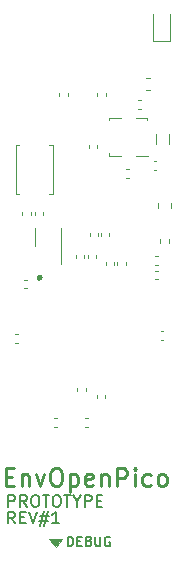
<source format=gto>
G04 #@! TF.GenerationSoftware,KiCad,Pcbnew,(5.1.10)-1*
G04 #@! TF.CreationDate,2021-08-13T11:53:03+01:00*
G04 #@! TF.ProjectId,EnvOpenPico,456e764f-7065-46e5-9069-636f2e6b6963,REV1*
G04 #@! TF.SameCoordinates,Original*
G04 #@! TF.FileFunction,Legend,Top*
G04 #@! TF.FilePolarity,Positive*
%FSLAX46Y46*%
G04 Gerber Fmt 4.6, Leading zero omitted, Abs format (unit mm)*
G04 Created by KiCad (PCBNEW (5.1.10)-1) date 2021-08-13 11:53:03*
%MOMM*%
%LPD*%
G01*
G04 APERTURE LIST*
%ADD10C,0.500000*%
%ADD11C,0.150000*%
%ADD12C,0.100000*%
%ADD13C,0.153000*%
%ADD14C,0.250000*%
%ADD15C,0.120000*%
%ADD16O,1.802000X1.802000*%
%ADD17C,1.802000*%
%ADD18C,0.752000*%
G04 APERTURE END LIST*
D10*
X99805851Y-82115860D02*
G75*
G03*
X99805851Y-82115860I-41891J0D01*
G01*
D11*
X97707023Y-102927380D02*
X97373690Y-102451190D01*
X97135595Y-102927380D02*
X97135595Y-101927380D01*
X97516547Y-101927380D01*
X97611785Y-101975000D01*
X97659404Y-102022619D01*
X97707023Y-102117857D01*
X97707023Y-102260714D01*
X97659404Y-102355952D01*
X97611785Y-102403571D01*
X97516547Y-102451190D01*
X97135595Y-102451190D01*
X98135595Y-102403571D02*
X98468928Y-102403571D01*
X98611785Y-102927380D02*
X98135595Y-102927380D01*
X98135595Y-101927380D01*
X98611785Y-101927380D01*
X98897500Y-101927380D02*
X99230833Y-102927380D01*
X99564166Y-101927380D01*
X99849880Y-102260714D02*
X100564166Y-102260714D01*
X100135595Y-101832142D02*
X99849880Y-103117857D01*
X100468928Y-102689285D02*
X99754642Y-102689285D01*
X100183214Y-103117857D02*
X100468928Y-101832142D01*
X101421309Y-102927380D02*
X100849880Y-102927380D01*
X101135595Y-102927380D02*
X101135595Y-101927380D01*
X101040357Y-102070238D01*
X100945119Y-102165476D01*
X100849880Y-102213095D01*
X97135595Y-101527380D02*
X97135595Y-100527380D01*
X97516547Y-100527380D01*
X97611785Y-100575000D01*
X97659404Y-100622619D01*
X97707023Y-100717857D01*
X97707023Y-100860714D01*
X97659404Y-100955952D01*
X97611785Y-101003571D01*
X97516547Y-101051190D01*
X97135595Y-101051190D01*
X98707023Y-101527380D02*
X98373690Y-101051190D01*
X98135595Y-101527380D02*
X98135595Y-100527380D01*
X98516547Y-100527380D01*
X98611785Y-100575000D01*
X98659404Y-100622619D01*
X98707023Y-100717857D01*
X98707023Y-100860714D01*
X98659404Y-100955952D01*
X98611785Y-101003571D01*
X98516547Y-101051190D01*
X98135595Y-101051190D01*
X99326071Y-100527380D02*
X99516547Y-100527380D01*
X99611785Y-100575000D01*
X99707023Y-100670238D01*
X99754642Y-100860714D01*
X99754642Y-101194047D01*
X99707023Y-101384523D01*
X99611785Y-101479761D01*
X99516547Y-101527380D01*
X99326071Y-101527380D01*
X99230833Y-101479761D01*
X99135595Y-101384523D01*
X99087976Y-101194047D01*
X99087976Y-100860714D01*
X99135595Y-100670238D01*
X99230833Y-100575000D01*
X99326071Y-100527380D01*
X100040357Y-100527380D02*
X100611785Y-100527380D01*
X100326071Y-101527380D02*
X100326071Y-100527380D01*
X101135595Y-100527380D02*
X101326071Y-100527380D01*
X101421309Y-100575000D01*
X101516547Y-100670238D01*
X101564166Y-100860714D01*
X101564166Y-101194047D01*
X101516547Y-101384523D01*
X101421309Y-101479761D01*
X101326071Y-101527380D01*
X101135595Y-101527380D01*
X101040357Y-101479761D01*
X100945119Y-101384523D01*
X100897500Y-101194047D01*
X100897500Y-100860714D01*
X100945119Y-100670238D01*
X101040357Y-100575000D01*
X101135595Y-100527380D01*
X101849880Y-100527380D02*
X102421309Y-100527380D01*
X102135595Y-101527380D02*
X102135595Y-100527380D01*
X102945119Y-101051190D02*
X102945119Y-101527380D01*
X102611785Y-100527380D02*
X102945119Y-101051190D01*
X103278452Y-100527380D01*
X103611785Y-101527380D02*
X103611785Y-100527380D01*
X103992738Y-100527380D01*
X104087976Y-100575000D01*
X104135595Y-100622619D01*
X104183214Y-100717857D01*
X104183214Y-100860714D01*
X104135595Y-100955952D01*
X104087976Y-101003571D01*
X103992738Y-101051190D01*
X103611785Y-101051190D01*
X104611785Y-101003571D02*
X104945119Y-101003571D01*
X105087976Y-101527380D02*
X104611785Y-101527380D01*
X104611785Y-100527380D01*
X105087976Y-100527380D01*
D12*
G36*
X101150000Y-104925000D02*
G01*
X100600000Y-104225000D01*
X101700000Y-104225000D01*
X101150000Y-104925000D01*
G37*
X101150000Y-104925000D02*
X100600000Y-104225000D01*
X101700000Y-104225000D01*
X101150000Y-104925000D01*
D13*
X102159523Y-104836904D02*
X102159523Y-104036904D01*
X102350000Y-104036904D01*
X102464285Y-104075000D01*
X102540476Y-104151190D01*
X102578571Y-104227380D01*
X102616666Y-104379761D01*
X102616666Y-104494047D01*
X102578571Y-104646428D01*
X102540476Y-104722619D01*
X102464285Y-104798809D01*
X102350000Y-104836904D01*
X102159523Y-104836904D01*
X102959523Y-104417857D02*
X103226190Y-104417857D01*
X103340476Y-104836904D02*
X102959523Y-104836904D01*
X102959523Y-104036904D01*
X103340476Y-104036904D01*
X103950000Y-104417857D02*
X104064285Y-104455952D01*
X104102380Y-104494047D01*
X104140476Y-104570238D01*
X104140476Y-104684523D01*
X104102380Y-104760714D01*
X104064285Y-104798809D01*
X103988095Y-104836904D01*
X103683333Y-104836904D01*
X103683333Y-104036904D01*
X103950000Y-104036904D01*
X104026190Y-104075000D01*
X104064285Y-104113095D01*
X104102380Y-104189285D01*
X104102380Y-104265476D01*
X104064285Y-104341666D01*
X104026190Y-104379761D01*
X103950000Y-104417857D01*
X103683333Y-104417857D01*
X104483333Y-104036904D02*
X104483333Y-104684523D01*
X104521428Y-104760714D01*
X104559523Y-104798809D01*
X104635714Y-104836904D01*
X104788095Y-104836904D01*
X104864285Y-104798809D01*
X104902380Y-104760714D01*
X104940476Y-104684523D01*
X104940476Y-104036904D01*
X105740476Y-104075000D02*
X105664285Y-104036904D01*
X105549999Y-104036904D01*
X105435714Y-104075000D01*
X105359523Y-104151190D01*
X105321428Y-104227380D01*
X105283333Y-104379761D01*
X105283333Y-104494047D01*
X105321428Y-104646428D01*
X105359523Y-104722619D01*
X105435714Y-104798809D01*
X105549999Y-104836904D01*
X105626190Y-104836904D01*
X105740476Y-104798809D01*
X105778571Y-104760714D01*
X105778571Y-104494047D01*
X105626190Y-104494047D01*
D14*
X96914285Y-98967857D02*
X97414285Y-98967857D01*
X97628571Y-99753571D02*
X96914285Y-99753571D01*
X96914285Y-98253571D01*
X97628571Y-98253571D01*
X98271428Y-98753571D02*
X98271428Y-99753571D01*
X98271428Y-98896428D02*
X98342857Y-98825000D01*
X98485714Y-98753571D01*
X98700000Y-98753571D01*
X98842857Y-98825000D01*
X98914285Y-98967857D01*
X98914285Y-99753571D01*
X99485714Y-98753571D02*
X99842857Y-99753571D01*
X100200000Y-98753571D01*
X101057142Y-98253571D02*
X101342857Y-98253571D01*
X101485714Y-98325000D01*
X101628571Y-98467857D01*
X101700000Y-98753571D01*
X101700000Y-99253571D01*
X101628571Y-99539285D01*
X101485714Y-99682142D01*
X101342857Y-99753571D01*
X101057142Y-99753571D01*
X100914285Y-99682142D01*
X100771428Y-99539285D01*
X100700000Y-99253571D01*
X100700000Y-98753571D01*
X100771428Y-98467857D01*
X100914285Y-98325000D01*
X101057142Y-98253571D01*
X102342857Y-98753571D02*
X102342857Y-100253571D01*
X102342857Y-98825000D02*
X102485714Y-98753571D01*
X102771428Y-98753571D01*
X102914285Y-98825000D01*
X102985714Y-98896428D01*
X103057142Y-99039285D01*
X103057142Y-99467857D01*
X102985714Y-99610714D01*
X102914285Y-99682142D01*
X102771428Y-99753571D01*
X102485714Y-99753571D01*
X102342857Y-99682142D01*
X104271428Y-99682142D02*
X104128571Y-99753571D01*
X103842857Y-99753571D01*
X103700000Y-99682142D01*
X103628571Y-99539285D01*
X103628571Y-98967857D01*
X103700000Y-98825000D01*
X103842857Y-98753571D01*
X104128571Y-98753571D01*
X104271428Y-98825000D01*
X104342857Y-98967857D01*
X104342857Y-99110714D01*
X103628571Y-99253571D01*
X104985714Y-98753571D02*
X104985714Y-99753571D01*
X104985714Y-98896428D02*
X105057142Y-98825000D01*
X105200000Y-98753571D01*
X105414285Y-98753571D01*
X105557142Y-98825000D01*
X105628571Y-98967857D01*
X105628571Y-99753571D01*
X106342857Y-99753571D02*
X106342857Y-98253571D01*
X106914285Y-98253571D01*
X107057142Y-98325000D01*
X107128571Y-98396428D01*
X107200000Y-98539285D01*
X107200000Y-98753571D01*
X107128571Y-98896428D01*
X107057142Y-98967857D01*
X106914285Y-99039285D01*
X106342857Y-99039285D01*
X107842857Y-99753571D02*
X107842857Y-98753571D01*
X107842857Y-98253571D02*
X107771428Y-98325000D01*
X107842857Y-98396428D01*
X107914285Y-98325000D01*
X107842857Y-98253571D01*
X107842857Y-98396428D01*
X109200000Y-99682142D02*
X109057142Y-99753571D01*
X108771428Y-99753571D01*
X108628571Y-99682142D01*
X108557142Y-99610714D01*
X108485714Y-99467857D01*
X108485714Y-99039285D01*
X108557142Y-98896428D01*
X108628571Y-98825000D01*
X108771428Y-98753571D01*
X109057142Y-98753571D01*
X109200000Y-98825000D01*
X110057142Y-99753571D02*
X109914285Y-99682142D01*
X109842857Y-99610714D01*
X109771428Y-99467857D01*
X109771428Y-99039285D01*
X109842857Y-98896428D01*
X109914285Y-98825000D01*
X110057142Y-98753571D01*
X110271428Y-98753571D01*
X110414285Y-98825000D01*
X110485714Y-98896428D01*
X110557142Y-99039285D01*
X110557142Y-99467857D01*
X110485714Y-99610714D01*
X110414285Y-99682142D01*
X110271428Y-99753571D01*
X110057142Y-99753571D01*
D15*
X109382000Y-59753800D02*
X109382000Y-62038800D01*
X109382000Y-62038800D02*
X110852000Y-62038800D01*
X110852000Y-62038800D02*
X110852000Y-59753800D01*
X101469300Y-66752641D02*
X101469300Y-66445359D01*
X102229300Y-66752641D02*
X102229300Y-66445359D01*
X109572284Y-81035680D02*
X109787956Y-81035680D01*
X109572284Y-80315680D02*
X109787956Y-80315680D01*
X109569744Y-82262500D02*
X109785416Y-82262500D01*
X109569744Y-81542500D02*
X109785416Y-81542500D01*
X101610560Y-80948860D02*
X101610560Y-77948860D01*
X99390560Y-79448860D02*
X99390560Y-77948860D01*
X109450304Y-73001660D02*
X109665976Y-73001660D01*
X109450304Y-72281660D02*
X109665976Y-72281660D01*
X109106180Y-65224000D02*
X108825020Y-65224000D01*
X109106180Y-66244000D02*
X108825020Y-66244000D01*
X109991000Y-78863959D02*
X109991000Y-79171241D01*
X110751000Y-78863959D02*
X110751000Y-79171241D01*
X109848500Y-75785142D02*
X109848500Y-76259658D01*
X110893500Y-75785142D02*
X110893500Y-76259658D01*
X97752000Y-74993600D02*
X97752000Y-70853600D01*
X100592000Y-70853600D02*
X100892000Y-70853600D01*
X100892000Y-70853600D02*
X100892000Y-74993600D01*
X98052000Y-74993600D02*
X97752000Y-74993600D01*
X100892000Y-74993600D02*
X100592000Y-74993600D01*
X97752000Y-70853600D02*
X98052000Y-70853600D01*
X100080780Y-76775396D02*
X100080780Y-76559724D01*
X99360780Y-76775396D02*
X99360780Y-76559724D01*
X108401201Y-67868000D02*
X108093919Y-67868000D01*
X108401201Y-67108000D02*
X108093919Y-67108000D01*
X110735000Y-69975378D02*
X110735000Y-70774622D01*
X109615000Y-69975378D02*
X109615000Y-70774622D01*
X108910000Y-68795000D02*
X108910000Y-68565000D01*
X108910000Y-68565000D02*
X107935000Y-68565000D01*
X105690000Y-68795000D02*
X105690000Y-68565000D01*
X106665000Y-68565000D02*
X105690000Y-68565000D01*
X106665000Y-71785000D02*
X105690000Y-71785000D01*
X105690000Y-71785000D02*
X105690000Y-71555000D01*
X108940000Y-71785000D02*
X107935000Y-71785000D01*
X104685800Y-70885364D02*
X104685800Y-71101036D01*
X103965800Y-70885364D02*
X103965800Y-71101036D01*
X107319076Y-73659520D02*
X107103404Y-73659520D01*
X107319076Y-72939520D02*
X107103404Y-72939520D01*
X105694760Y-78356124D02*
X105694760Y-78571796D01*
X104974760Y-78356124D02*
X104974760Y-78571796D01*
X103843880Y-80448236D02*
X103843880Y-80232564D01*
X104563880Y-80448236D02*
X104563880Y-80232564D01*
X105372960Y-81024816D02*
X105372960Y-80809144D01*
X106092960Y-81024816D02*
X106092960Y-80809144D01*
X102845660Y-80448236D02*
X102845660Y-80232564D01*
X103565660Y-80448236D02*
X103565660Y-80232564D01*
X104682400Y-66752641D02*
X104682400Y-66445359D01*
X105442400Y-66752641D02*
X105442400Y-66445359D01*
X97946476Y-87614280D02*
X97730804Y-87614280D01*
X97946476Y-86894280D02*
X97730804Y-86894280D01*
X103862136Y-94759300D02*
X103646464Y-94759300D01*
X103862136Y-94039300D02*
X103646464Y-94039300D01*
X106366100Y-81022276D02*
X106366100Y-80806604D01*
X107086100Y-81022276D02*
X107086100Y-80806604D01*
X103695200Y-91459364D02*
X103695200Y-91675036D01*
X102975200Y-91459364D02*
X102975200Y-91675036D01*
X110027004Y-86665680D02*
X110242676Y-86665680D01*
X110027004Y-87385680D02*
X110242676Y-87385680D01*
X104744760Y-78356124D02*
X104744760Y-78571796D01*
X104024760Y-78356124D02*
X104024760Y-78571796D01*
X98327000Y-76777936D02*
X98327000Y-76562264D01*
X99047000Y-76777936D02*
X99047000Y-76562264D01*
X98707836Y-83010000D02*
X98492164Y-83010000D01*
X98707836Y-82290000D02*
X98492164Y-82290000D01*
X105360000Y-92067164D02*
X105360000Y-92282836D01*
X104640000Y-92067164D02*
X104640000Y-92282836D01*
X101243396Y-94746600D02*
X101027724Y-94746600D01*
X101243396Y-94026600D02*
X101027724Y-94026600D01*
%LPC*%
G36*
G01*
X110398750Y-60254800D02*
X109835250Y-60254800D01*
G75*
G02*
X109591000Y-60010550I0J244250D01*
G01*
X109591000Y-59522050D01*
G75*
G02*
X109835250Y-59277800I244250J0D01*
G01*
X110398750Y-59277800D01*
G75*
G02*
X110643000Y-59522050I0J-244250D01*
G01*
X110643000Y-60010550D01*
G75*
G02*
X110398750Y-60254800I-244250J0D01*
G01*
G37*
G36*
G01*
X110398750Y-61829800D02*
X109835250Y-61829800D01*
G75*
G02*
X109591000Y-61585550I0J244250D01*
G01*
X109591000Y-61097050D01*
G75*
G02*
X109835250Y-60852800I244250J0D01*
G01*
X110398750Y-60852800D01*
G75*
G02*
X110643000Y-61097050I0J-244250D01*
G01*
X110643000Y-61585550D01*
G75*
G02*
X110398750Y-61829800I-244250J0D01*
G01*
G37*
G36*
G01*
X102059800Y-66410000D02*
X101638800Y-66410000D01*
G75*
G02*
X101478300Y-66249500I0J160500D01*
G01*
X101478300Y-65928500D01*
G75*
G02*
X101638800Y-65768000I160500J0D01*
G01*
X102059800Y-65768000D01*
G75*
G02*
X102220300Y-65928500I0J-160500D01*
G01*
X102220300Y-66249500D01*
G75*
G02*
X102059800Y-66410000I-160500J0D01*
G01*
G37*
G36*
G01*
X102059800Y-67430000D02*
X101638800Y-67430000D01*
G75*
G02*
X101478300Y-67269500I0J160500D01*
G01*
X101478300Y-66948500D01*
G75*
G02*
X101638800Y-66788000I160500J0D01*
G01*
X102059800Y-66788000D01*
G75*
G02*
X102220300Y-66948500I0J-160500D01*
G01*
X102220300Y-67269500D01*
G75*
G02*
X102059800Y-67430000I-160500J0D01*
G01*
G37*
G36*
G01*
X109829120Y-80871180D02*
X109829120Y-80480180D01*
G75*
G02*
X109994620Y-80314680I165500J0D01*
G01*
X110325620Y-80314680D01*
G75*
G02*
X110491120Y-80480180I0J-165500D01*
G01*
X110491120Y-80871180D01*
G75*
G02*
X110325620Y-81036680I-165500J0D01*
G01*
X109994620Y-81036680D01*
G75*
G02*
X109829120Y-80871180I0J165500D01*
G01*
G37*
G36*
G01*
X108869120Y-80871180D02*
X108869120Y-80480180D01*
G75*
G02*
X109034620Y-80314680I165500J0D01*
G01*
X109365620Y-80314680D01*
G75*
G02*
X109531120Y-80480180I0J-165500D01*
G01*
X109531120Y-80871180D01*
G75*
G02*
X109365620Y-81036680I-165500J0D01*
G01*
X109034620Y-81036680D01*
G75*
G02*
X108869120Y-80871180I0J165500D01*
G01*
G37*
G36*
G01*
X109826580Y-82098000D02*
X109826580Y-81707000D01*
G75*
G02*
X109992080Y-81541500I165500J0D01*
G01*
X110323080Y-81541500D01*
G75*
G02*
X110488580Y-81707000I0J-165500D01*
G01*
X110488580Y-82098000D01*
G75*
G02*
X110323080Y-82263500I-165500J0D01*
G01*
X109992080Y-82263500D01*
G75*
G02*
X109826580Y-82098000I0J165500D01*
G01*
G37*
G36*
G01*
X108866580Y-82098000D02*
X108866580Y-81707000D01*
G75*
G02*
X109032080Y-81541500I165500J0D01*
G01*
X109363080Y-81541500D01*
G75*
G02*
X109528580Y-81707000I0J-165500D01*
G01*
X109528580Y-82098000D01*
G75*
G02*
X109363080Y-82263500I-165500J0D01*
G01*
X109032080Y-82263500D01*
G75*
G02*
X108866580Y-82098000I0J165500D01*
G01*
G37*
G36*
G01*
X101300560Y-80199860D02*
X99700560Y-80199860D01*
G75*
G02*
X99649560Y-80148860I0J51000D01*
G01*
X99649560Y-78748860D01*
G75*
G02*
X99700560Y-78697860I51000J0D01*
G01*
X101300560Y-78697860D01*
G75*
G02*
X101351560Y-78748860I0J-51000D01*
G01*
X101351560Y-80148860D01*
G75*
G02*
X101300560Y-80199860I-51000J0D01*
G01*
G37*
G36*
G01*
X99863560Y-78474860D02*
X99637560Y-78474860D01*
G75*
G02*
X99524560Y-78361860I0J113000D01*
G01*
X99524560Y-77960860D01*
G75*
G02*
X99637560Y-77847860I113000J0D01*
G01*
X99863560Y-77847860D01*
G75*
G02*
X99976560Y-77960860I0J-113000D01*
G01*
X99976560Y-78361860D01*
G75*
G02*
X99863560Y-78474860I-113000J0D01*
G01*
G37*
G36*
G01*
X100363560Y-78474860D02*
X100137560Y-78474860D01*
G75*
G02*
X100024560Y-78361860I0J113000D01*
G01*
X100024560Y-77960860D01*
G75*
G02*
X100137560Y-77847860I113000J0D01*
G01*
X100363560Y-77847860D01*
G75*
G02*
X100476560Y-77960860I0J-113000D01*
G01*
X100476560Y-78361860D01*
G75*
G02*
X100363560Y-78474860I-113000J0D01*
G01*
G37*
G36*
G01*
X100863560Y-78474860D02*
X100637560Y-78474860D01*
G75*
G02*
X100524560Y-78361860I0J113000D01*
G01*
X100524560Y-77960860D01*
G75*
G02*
X100637560Y-77847860I113000J0D01*
G01*
X100863560Y-77847860D01*
G75*
G02*
X100976560Y-77960860I0J-113000D01*
G01*
X100976560Y-78361860D01*
G75*
G02*
X100863560Y-78474860I-113000J0D01*
G01*
G37*
G36*
G01*
X101363560Y-78474860D02*
X101137560Y-78474860D01*
G75*
G02*
X101024560Y-78361860I0J113000D01*
G01*
X101024560Y-77960860D01*
G75*
G02*
X101137560Y-77847860I113000J0D01*
G01*
X101363560Y-77847860D01*
G75*
G02*
X101476560Y-77960860I0J-113000D01*
G01*
X101476560Y-78361860D01*
G75*
G02*
X101363560Y-78474860I-113000J0D01*
G01*
G37*
G36*
G01*
X101363560Y-81049860D02*
X101137560Y-81049860D01*
G75*
G02*
X101024560Y-80936860I0J113000D01*
G01*
X101024560Y-80535860D01*
G75*
G02*
X101137560Y-80422860I113000J0D01*
G01*
X101363560Y-80422860D01*
G75*
G02*
X101476560Y-80535860I0J-113000D01*
G01*
X101476560Y-80936860D01*
G75*
G02*
X101363560Y-81049860I-113000J0D01*
G01*
G37*
G36*
G01*
X100863560Y-81049860D02*
X100637560Y-81049860D01*
G75*
G02*
X100524560Y-80936860I0J113000D01*
G01*
X100524560Y-80535860D01*
G75*
G02*
X100637560Y-80422860I113000J0D01*
G01*
X100863560Y-80422860D01*
G75*
G02*
X100976560Y-80535860I0J-113000D01*
G01*
X100976560Y-80936860D01*
G75*
G02*
X100863560Y-81049860I-113000J0D01*
G01*
G37*
G36*
G01*
X100363560Y-81049860D02*
X100137560Y-81049860D01*
G75*
G02*
X100024560Y-80936860I0J113000D01*
G01*
X100024560Y-80535860D01*
G75*
G02*
X100137560Y-80422860I113000J0D01*
G01*
X100363560Y-80422860D01*
G75*
G02*
X100476560Y-80535860I0J-113000D01*
G01*
X100476560Y-80936860D01*
G75*
G02*
X100363560Y-81049860I-113000J0D01*
G01*
G37*
G36*
G01*
X99863560Y-81049860D02*
X99637560Y-81049860D01*
G75*
G02*
X99524560Y-80936860I0J113000D01*
G01*
X99524560Y-80535860D01*
G75*
G02*
X99637560Y-80422860I113000J0D01*
G01*
X99863560Y-80422860D01*
G75*
G02*
X99976560Y-80535860I0J-113000D01*
G01*
X99976560Y-80936860D01*
G75*
G02*
X99863560Y-81049860I-113000J0D01*
G01*
G37*
G36*
G01*
X109707140Y-72837160D02*
X109707140Y-72446160D01*
G75*
G02*
X109872640Y-72280660I165500J0D01*
G01*
X110203640Y-72280660D01*
G75*
G02*
X110369140Y-72446160I0J-165500D01*
G01*
X110369140Y-72837160D01*
G75*
G02*
X110203640Y-73002660I-165500J0D01*
G01*
X109872640Y-73002660D01*
G75*
G02*
X109707140Y-72837160I0J165500D01*
G01*
G37*
G36*
G01*
X108747140Y-72837160D02*
X108747140Y-72446160D01*
G75*
G02*
X108912640Y-72280660I165500J0D01*
G01*
X109243640Y-72280660D01*
G75*
G02*
X109409140Y-72446160I0J-165500D01*
G01*
X109409140Y-72837160D01*
G75*
G02*
X109243640Y-73002660I-165500J0D01*
G01*
X108912640Y-73002660D01*
G75*
G02*
X108747140Y-72837160I0J165500D01*
G01*
G37*
G36*
G01*
X108691600Y-65458500D02*
X108691600Y-66009500D01*
G75*
G02*
X108441100Y-66260000I-250500J0D01*
G01*
X107940100Y-66260000D01*
G75*
G02*
X107689600Y-66009500I0J250500D01*
G01*
X107689600Y-65458500D01*
G75*
G02*
X107940100Y-65208000I250500J0D01*
G01*
X108441100Y-65208000D01*
G75*
G02*
X108691600Y-65458500I0J-250500D01*
G01*
G37*
G36*
G01*
X110241600Y-65458500D02*
X110241600Y-66009500D01*
G75*
G02*
X109991100Y-66260000I-250500J0D01*
G01*
X109490100Y-66260000D01*
G75*
G02*
X109239600Y-66009500I0J250500D01*
G01*
X109239600Y-65458500D01*
G75*
G02*
X109490100Y-65208000I250500J0D01*
G01*
X109991100Y-65208000D01*
G75*
G02*
X110241600Y-65458500I0J-250500D01*
G01*
G37*
G36*
G01*
X110160500Y-79206600D02*
X110581500Y-79206600D01*
G75*
G02*
X110742000Y-79367100I0J-160500D01*
G01*
X110742000Y-79688100D01*
G75*
G02*
X110581500Y-79848600I-160500J0D01*
G01*
X110160500Y-79848600D01*
G75*
G02*
X110000000Y-79688100I0J160500D01*
G01*
X110000000Y-79367100D01*
G75*
G02*
X110160500Y-79206600I160500J0D01*
G01*
G37*
G36*
G01*
X110160500Y-78186600D02*
X110581500Y-78186600D01*
G75*
G02*
X110742000Y-78347100I0J-160500D01*
G01*
X110742000Y-78668100D01*
G75*
G02*
X110581500Y-78828600I-160500J0D01*
G01*
X110160500Y-78828600D01*
G75*
G02*
X110000000Y-78668100I0J160500D01*
G01*
X110000000Y-78347100D01*
G75*
G02*
X110160500Y-78186600I160500J0D01*
G01*
G37*
G36*
G01*
X110070500Y-76396400D02*
X110671500Y-76396400D01*
G75*
G02*
X110897000Y-76621900I0J-225500D01*
G01*
X110897000Y-77072900D01*
G75*
G02*
X110671500Y-77298400I-225500J0D01*
G01*
X110070500Y-77298400D01*
G75*
G02*
X109845000Y-77072900I0J225500D01*
G01*
X109845000Y-76621900D01*
G75*
G02*
X110070500Y-76396400I225500J0D01*
G01*
G37*
G36*
G01*
X110070500Y-74746400D02*
X110671500Y-74746400D01*
G75*
G02*
X110897000Y-74971900I0J-225500D01*
G01*
X110897000Y-75422900D01*
G75*
G02*
X110671500Y-75648400I-225500J0D01*
G01*
X110070500Y-75648400D01*
G75*
G02*
X109845000Y-75422900I0J225500D01*
G01*
X109845000Y-74971900D01*
G75*
G02*
X110070500Y-74746400I225500J0D01*
G01*
G37*
G36*
G01*
X100147500Y-75474600D02*
X98496500Y-75474600D01*
G75*
G02*
X98271000Y-75249100I0J225500D01*
G01*
X98271000Y-74798100D01*
G75*
G02*
X98496500Y-74572600I225500J0D01*
G01*
X100147500Y-74572600D01*
G75*
G02*
X100373000Y-74798100I0J-225500D01*
G01*
X100373000Y-75249100D01*
G75*
G02*
X100147500Y-75474600I-225500J0D01*
G01*
G37*
G36*
G01*
X100147500Y-71274600D02*
X98496500Y-71274600D01*
G75*
G02*
X98271000Y-71049100I0J225500D01*
G01*
X98271000Y-70598100D01*
G75*
G02*
X98496500Y-70372600I225500J0D01*
G01*
X100147500Y-70372600D01*
G75*
G02*
X100373000Y-70598100I0J-225500D01*
G01*
X100373000Y-71049100D01*
G75*
G02*
X100147500Y-71274600I-225500J0D01*
G01*
G37*
G36*
G01*
X99916280Y-76518560D02*
X99525280Y-76518560D01*
G75*
G02*
X99359780Y-76353060I0J165500D01*
G01*
X99359780Y-76022060D01*
G75*
G02*
X99525280Y-75856560I165500J0D01*
G01*
X99916280Y-75856560D01*
G75*
G02*
X100081780Y-76022060I0J-165500D01*
G01*
X100081780Y-76353060D01*
G75*
G02*
X99916280Y-76518560I-165500J0D01*
G01*
G37*
G36*
G01*
X99916280Y-77478560D02*
X99525280Y-77478560D01*
G75*
G02*
X99359780Y-77313060I0J165500D01*
G01*
X99359780Y-76982060D01*
G75*
G02*
X99525280Y-76816560I165500J0D01*
G01*
X99916280Y-76816560D01*
G75*
G02*
X100081780Y-76982060I0J-165500D01*
G01*
X100081780Y-77313060D01*
G75*
G02*
X99916280Y-77478560I-165500J0D01*
G01*
G37*
G36*
G01*
X108058560Y-67277500D02*
X108058560Y-67698500D01*
G75*
G02*
X107898060Y-67859000I-160500J0D01*
G01*
X107577060Y-67859000D01*
G75*
G02*
X107416560Y-67698500I0J160500D01*
G01*
X107416560Y-67277500D01*
G75*
G02*
X107577060Y-67117000I160500J0D01*
G01*
X107898060Y-67117000D01*
G75*
G02*
X108058560Y-67277500I0J-160500D01*
G01*
G37*
G36*
G01*
X109078560Y-67277500D02*
X109078560Y-67698500D01*
G75*
G02*
X108918060Y-67859000I-160500J0D01*
G01*
X108597060Y-67859000D01*
G75*
G02*
X108436560Y-67698500I0J160500D01*
G01*
X108436560Y-67277500D01*
G75*
G02*
X108597060Y-67117000I160500J0D01*
G01*
X108918060Y-67117000D01*
G75*
G02*
X109078560Y-67277500I0J-160500D01*
G01*
G37*
G36*
G01*
X109768250Y-70949000D02*
X110581750Y-70949000D01*
G75*
G02*
X110826000Y-71193250I0J-244250D01*
G01*
X110826000Y-71681750D01*
G75*
G02*
X110581750Y-71926000I-244250J0D01*
G01*
X109768250Y-71926000D01*
G75*
G02*
X109524000Y-71681750I0J244250D01*
G01*
X109524000Y-71193250D01*
G75*
G02*
X109768250Y-70949000I244250J0D01*
G01*
G37*
G36*
G01*
X109768250Y-68824000D02*
X110581750Y-68824000D01*
G75*
G02*
X110826000Y-69068250I0J-244250D01*
G01*
X110826000Y-69556750D01*
G75*
G02*
X110581750Y-69801000I-244250J0D01*
G01*
X109768250Y-69801000D01*
G75*
G02*
X109524000Y-69556750I0J244250D01*
G01*
X109524000Y-69068250D01*
G75*
G02*
X109768250Y-68824000I244250J0D01*
G01*
G37*
D11*
G36*
X107415050Y-71925020D02*
G01*
X107405483Y-71922118D01*
X107396666Y-71917405D01*
X107388938Y-71911062D01*
X107382595Y-71903334D01*
X107377882Y-71894517D01*
X107374980Y-71884950D01*
X107374000Y-71875000D01*
X107374000Y-71426000D01*
X107226000Y-71426000D01*
X107226000Y-71875000D01*
X107225020Y-71884950D01*
X107222118Y-71894517D01*
X107217405Y-71903334D01*
X107211062Y-71911062D01*
X107203334Y-71917405D01*
X107194517Y-71922118D01*
X107184950Y-71925020D01*
X107175000Y-71926000D01*
X106925000Y-71926000D01*
X106915050Y-71925020D01*
X106905483Y-71922118D01*
X106896666Y-71917405D01*
X106888938Y-71911062D01*
X106882595Y-71903334D01*
X106877882Y-71894517D01*
X106874980Y-71884950D01*
X106874000Y-71875000D01*
X106874000Y-71426000D01*
X106475000Y-71426000D01*
X106465050Y-71425020D01*
X106455483Y-71422118D01*
X106446666Y-71417405D01*
X106438938Y-71411062D01*
X106432595Y-71403334D01*
X106427882Y-71394517D01*
X106424980Y-71384950D01*
X106424000Y-71375000D01*
X106424000Y-68975000D01*
X106424980Y-68965050D01*
X106427882Y-68955483D01*
X106432595Y-68946666D01*
X106438938Y-68938938D01*
X106446666Y-68932595D01*
X106455483Y-68927882D01*
X106465050Y-68924980D01*
X106475000Y-68924000D01*
X106874000Y-68924000D01*
X106874000Y-68475000D01*
X106874980Y-68465050D01*
X106877882Y-68455483D01*
X106882595Y-68446666D01*
X106888938Y-68438938D01*
X106896666Y-68432595D01*
X106905483Y-68427882D01*
X106915050Y-68424980D01*
X106925000Y-68424000D01*
X107175000Y-68424000D01*
X107184950Y-68424980D01*
X107194517Y-68427882D01*
X107203334Y-68432595D01*
X107211062Y-68438938D01*
X107217405Y-68446666D01*
X107222118Y-68455483D01*
X107225020Y-68465050D01*
X107226000Y-68475000D01*
X107226000Y-68924000D01*
X107374000Y-68924000D01*
X107374000Y-68475000D01*
X107374980Y-68465050D01*
X107377882Y-68455483D01*
X107382595Y-68446666D01*
X107388938Y-68438938D01*
X107396666Y-68432595D01*
X107405483Y-68427882D01*
X107415050Y-68424980D01*
X107425000Y-68424000D01*
X107675000Y-68424000D01*
X107684950Y-68424980D01*
X107694517Y-68427882D01*
X107703334Y-68432595D01*
X107711062Y-68438938D01*
X107717405Y-68446666D01*
X107722118Y-68455483D01*
X107725020Y-68465050D01*
X107726000Y-68475000D01*
X107726000Y-68924000D01*
X108125000Y-68924000D01*
X108134950Y-68924980D01*
X108144517Y-68927882D01*
X108153334Y-68932595D01*
X108161062Y-68938938D01*
X108167405Y-68946666D01*
X108172118Y-68955483D01*
X108175020Y-68965050D01*
X108176000Y-68975000D01*
X108176000Y-71375000D01*
X108175020Y-71384950D01*
X108172118Y-71394517D01*
X108167405Y-71403334D01*
X108161062Y-71411062D01*
X108153334Y-71417405D01*
X108144517Y-71422118D01*
X108134950Y-71425020D01*
X108125000Y-71426000D01*
X107726000Y-71426000D01*
X107726000Y-71875000D01*
X107725020Y-71884950D01*
X107722118Y-71894517D01*
X107717405Y-71903334D01*
X107711062Y-71911062D01*
X107703334Y-71917405D01*
X107694517Y-71922118D01*
X107684950Y-71925020D01*
X107675000Y-71926000D01*
X107425000Y-71926000D01*
X107415050Y-71925020D01*
G37*
G36*
G01*
X106251000Y-71055000D02*
X106251000Y-71295000D01*
G75*
G02*
X106200000Y-71346000I-51000J0D01*
G01*
X105600000Y-71346000D01*
G75*
G02*
X105549000Y-71295000I0J51000D01*
G01*
X105549000Y-71055000D01*
G75*
G02*
X105600000Y-71004000I51000J0D01*
G01*
X106200000Y-71004000D01*
G75*
G02*
X106251000Y-71055000I0J-51000D01*
G01*
G37*
G36*
G01*
X106251000Y-70555000D02*
X106251000Y-70795000D01*
G75*
G02*
X106200000Y-70846000I-51000J0D01*
G01*
X105600000Y-70846000D01*
G75*
G02*
X105549000Y-70795000I0J51000D01*
G01*
X105549000Y-70555000D01*
G75*
G02*
X105600000Y-70504000I51000J0D01*
G01*
X106200000Y-70504000D01*
G75*
G02*
X106251000Y-70555000I0J-51000D01*
G01*
G37*
G36*
G01*
X106251000Y-70055000D02*
X106251000Y-70295000D01*
G75*
G02*
X106200000Y-70346000I-51000J0D01*
G01*
X105600000Y-70346000D01*
G75*
G02*
X105549000Y-70295000I0J51000D01*
G01*
X105549000Y-70055000D01*
G75*
G02*
X105600000Y-70004000I51000J0D01*
G01*
X106200000Y-70004000D01*
G75*
G02*
X106251000Y-70055000I0J-51000D01*
G01*
G37*
G36*
G01*
X106251000Y-69555000D02*
X106251000Y-69795000D01*
G75*
G02*
X106200000Y-69846000I-51000J0D01*
G01*
X105600000Y-69846000D01*
G75*
G02*
X105549000Y-69795000I0J51000D01*
G01*
X105549000Y-69555000D01*
G75*
G02*
X105600000Y-69504000I51000J0D01*
G01*
X106200000Y-69504000D01*
G75*
G02*
X106251000Y-69555000I0J-51000D01*
G01*
G37*
G36*
G01*
X106251000Y-69055000D02*
X106251000Y-69295000D01*
G75*
G02*
X106200000Y-69346000I-51000J0D01*
G01*
X105600000Y-69346000D01*
G75*
G02*
X105549000Y-69295000I0J51000D01*
G01*
X105549000Y-69055000D01*
G75*
G02*
X105600000Y-69004000I51000J0D01*
G01*
X106200000Y-69004000D01*
G75*
G02*
X106251000Y-69055000I0J-51000D01*
G01*
G37*
G36*
G01*
X109051000Y-69055000D02*
X109051000Y-69295000D01*
G75*
G02*
X109000000Y-69346000I-51000J0D01*
G01*
X108400000Y-69346000D01*
G75*
G02*
X108349000Y-69295000I0J51000D01*
G01*
X108349000Y-69055000D01*
G75*
G02*
X108400000Y-69004000I51000J0D01*
G01*
X109000000Y-69004000D01*
G75*
G02*
X109051000Y-69055000I0J-51000D01*
G01*
G37*
G36*
G01*
X109051000Y-69555000D02*
X109051000Y-69795000D01*
G75*
G02*
X109000000Y-69846000I-51000J0D01*
G01*
X108400000Y-69846000D01*
G75*
G02*
X108349000Y-69795000I0J51000D01*
G01*
X108349000Y-69555000D01*
G75*
G02*
X108400000Y-69504000I51000J0D01*
G01*
X109000000Y-69504000D01*
G75*
G02*
X109051000Y-69555000I0J-51000D01*
G01*
G37*
G36*
G01*
X109051000Y-70055000D02*
X109051000Y-70295000D01*
G75*
G02*
X109000000Y-70346000I-51000J0D01*
G01*
X108400000Y-70346000D01*
G75*
G02*
X108349000Y-70295000I0J51000D01*
G01*
X108349000Y-70055000D01*
G75*
G02*
X108400000Y-70004000I51000J0D01*
G01*
X109000000Y-70004000D01*
G75*
G02*
X109051000Y-70055000I0J-51000D01*
G01*
G37*
G36*
G01*
X109051000Y-70555000D02*
X109051000Y-70795000D01*
G75*
G02*
X109000000Y-70846000I-51000J0D01*
G01*
X108400000Y-70846000D01*
G75*
G02*
X108349000Y-70795000I0J51000D01*
G01*
X108349000Y-70555000D01*
G75*
G02*
X108400000Y-70504000I51000J0D01*
G01*
X109000000Y-70504000D01*
G75*
G02*
X109051000Y-70555000I0J-51000D01*
G01*
G37*
G36*
G01*
X109051000Y-71055000D02*
X109051000Y-71295000D01*
G75*
G02*
X109000000Y-71346000I-51000J0D01*
G01*
X108400000Y-71346000D01*
G75*
G02*
X108349000Y-71295000I0J51000D01*
G01*
X108349000Y-71055000D01*
G75*
G02*
X108400000Y-71004000I51000J0D01*
G01*
X109000000Y-71004000D01*
G75*
G02*
X109051000Y-71055000I0J-51000D01*
G01*
G37*
G36*
G01*
X104130300Y-71142200D02*
X104521300Y-71142200D01*
G75*
G02*
X104686800Y-71307700I0J-165500D01*
G01*
X104686800Y-71638700D01*
G75*
G02*
X104521300Y-71804200I-165500J0D01*
G01*
X104130300Y-71804200D01*
G75*
G02*
X103964800Y-71638700I0J165500D01*
G01*
X103964800Y-71307700D01*
G75*
G02*
X104130300Y-71142200I165500J0D01*
G01*
G37*
G36*
G01*
X104130300Y-70182200D02*
X104521300Y-70182200D01*
G75*
G02*
X104686800Y-70347700I0J-165500D01*
G01*
X104686800Y-70678700D01*
G75*
G02*
X104521300Y-70844200I-165500J0D01*
G01*
X104130300Y-70844200D01*
G75*
G02*
X103964800Y-70678700I0J165500D01*
G01*
X103964800Y-70347700D01*
G75*
G02*
X104130300Y-70182200I165500J0D01*
G01*
G37*
G36*
G01*
X107062240Y-73104020D02*
X107062240Y-73495020D01*
G75*
G02*
X106896740Y-73660520I-165500J0D01*
G01*
X106565740Y-73660520D01*
G75*
G02*
X106400240Y-73495020I0J165500D01*
G01*
X106400240Y-73104020D01*
G75*
G02*
X106565740Y-72938520I165500J0D01*
G01*
X106896740Y-72938520D01*
G75*
G02*
X107062240Y-73104020I0J-165500D01*
G01*
G37*
G36*
G01*
X108022240Y-73104020D02*
X108022240Y-73495020D01*
G75*
G02*
X107856740Y-73660520I-165500J0D01*
G01*
X107525740Y-73660520D01*
G75*
G02*
X107360240Y-73495020I0J165500D01*
G01*
X107360240Y-73104020D01*
G75*
G02*
X107525740Y-72938520I165500J0D01*
G01*
X107856740Y-72938520D01*
G75*
G02*
X108022240Y-73104020I0J-165500D01*
G01*
G37*
G36*
G01*
X105139260Y-78612960D02*
X105530260Y-78612960D01*
G75*
G02*
X105695760Y-78778460I0J-165500D01*
G01*
X105695760Y-79109460D01*
G75*
G02*
X105530260Y-79274960I-165500J0D01*
G01*
X105139260Y-79274960D01*
G75*
G02*
X104973760Y-79109460I0J165500D01*
G01*
X104973760Y-78778460D01*
G75*
G02*
X105139260Y-78612960I165500J0D01*
G01*
G37*
G36*
G01*
X105139260Y-77652960D02*
X105530260Y-77652960D01*
G75*
G02*
X105695760Y-77818460I0J-165500D01*
G01*
X105695760Y-78149460D01*
G75*
G02*
X105530260Y-78314960I-165500J0D01*
G01*
X105139260Y-78314960D01*
G75*
G02*
X104973760Y-78149460I0J165500D01*
G01*
X104973760Y-77818460D01*
G75*
G02*
X105139260Y-77652960I165500J0D01*
G01*
G37*
G36*
G01*
X104399380Y-81151400D02*
X104008380Y-81151400D01*
G75*
G02*
X103842880Y-80985900I0J165500D01*
G01*
X103842880Y-80654900D01*
G75*
G02*
X104008380Y-80489400I165500J0D01*
G01*
X104399380Y-80489400D01*
G75*
G02*
X104564880Y-80654900I0J-165500D01*
G01*
X104564880Y-80985900D01*
G75*
G02*
X104399380Y-81151400I-165500J0D01*
G01*
G37*
G36*
G01*
X104399380Y-80191400D02*
X104008380Y-80191400D01*
G75*
G02*
X103842880Y-80025900I0J165500D01*
G01*
X103842880Y-79694900D01*
G75*
G02*
X104008380Y-79529400I165500J0D01*
G01*
X104399380Y-79529400D01*
G75*
G02*
X104564880Y-79694900I0J-165500D01*
G01*
X104564880Y-80025900D01*
G75*
G02*
X104399380Y-80191400I-165500J0D01*
G01*
G37*
G36*
G01*
X105928460Y-80767980D02*
X105537460Y-80767980D01*
G75*
G02*
X105371960Y-80602480I0J165500D01*
G01*
X105371960Y-80271480D01*
G75*
G02*
X105537460Y-80105980I165500J0D01*
G01*
X105928460Y-80105980D01*
G75*
G02*
X106093960Y-80271480I0J-165500D01*
G01*
X106093960Y-80602480D01*
G75*
G02*
X105928460Y-80767980I-165500J0D01*
G01*
G37*
G36*
G01*
X105928460Y-81727980D02*
X105537460Y-81727980D01*
G75*
G02*
X105371960Y-81562480I0J165500D01*
G01*
X105371960Y-81231480D01*
G75*
G02*
X105537460Y-81065980I165500J0D01*
G01*
X105928460Y-81065980D01*
G75*
G02*
X106093960Y-81231480I0J-165500D01*
G01*
X106093960Y-81562480D01*
G75*
G02*
X105928460Y-81727980I-165500J0D01*
G01*
G37*
G36*
G01*
X103401160Y-80191400D02*
X103010160Y-80191400D01*
G75*
G02*
X102844660Y-80025900I0J165500D01*
G01*
X102844660Y-79694900D01*
G75*
G02*
X103010160Y-79529400I165500J0D01*
G01*
X103401160Y-79529400D01*
G75*
G02*
X103566660Y-79694900I0J-165500D01*
G01*
X103566660Y-80025900D01*
G75*
G02*
X103401160Y-80191400I-165500J0D01*
G01*
G37*
G36*
G01*
X103401160Y-81151400D02*
X103010160Y-81151400D01*
G75*
G02*
X102844660Y-80985900I0J165500D01*
G01*
X102844660Y-80654900D01*
G75*
G02*
X103010160Y-80489400I165500J0D01*
G01*
X103401160Y-80489400D01*
G75*
G02*
X103566660Y-80654900I0J-165500D01*
G01*
X103566660Y-80985900D01*
G75*
G02*
X103401160Y-81151400I-165500J0D01*
G01*
G37*
D16*
X112550000Y-106985000D03*
X112550000Y-104445000D03*
G36*
G01*
X113451000Y-101055000D02*
X113451000Y-102755000D01*
G75*
G02*
X113400000Y-102806000I-51000J0D01*
G01*
X111700000Y-102806000D01*
G75*
G02*
X111649000Y-102755000I0J51000D01*
G01*
X111649000Y-101055000D01*
G75*
G02*
X111700000Y-101004000I51000J0D01*
G01*
X113400000Y-101004000D01*
G75*
G02*
X113451000Y-101055000I0J-51000D01*
G01*
G37*
X112550000Y-99365000D03*
X112550000Y-96825000D03*
X112550000Y-94285000D03*
X112550000Y-91745000D03*
G36*
G01*
X113451000Y-88355000D02*
X113451000Y-90055000D01*
G75*
G02*
X113400000Y-90106000I-51000J0D01*
G01*
X111700000Y-90106000D01*
G75*
G02*
X111649000Y-90055000I0J51000D01*
G01*
X111649000Y-88355000D01*
G75*
G02*
X111700000Y-88304000I51000J0D01*
G01*
X113400000Y-88304000D01*
G75*
G02*
X113451000Y-88355000I0J-51000D01*
G01*
G37*
X112550000Y-86665000D03*
X112550000Y-84125000D03*
X112550000Y-81585000D03*
X112550000Y-79045000D03*
G36*
G01*
X113451000Y-75655000D02*
X113451000Y-77355000D01*
G75*
G02*
X113400000Y-77406000I-51000J0D01*
G01*
X111700000Y-77406000D01*
G75*
G02*
X111649000Y-77355000I0J51000D01*
G01*
X111649000Y-75655000D01*
G75*
G02*
X111700000Y-75604000I51000J0D01*
G01*
X113400000Y-75604000D01*
G75*
G02*
X113451000Y-75655000I0J-51000D01*
G01*
G37*
X112550000Y-73965000D03*
X112550000Y-71425000D03*
X112550000Y-68885000D03*
X112550000Y-66345000D03*
G36*
G01*
X113451000Y-62955000D02*
X113451000Y-64655000D01*
G75*
G02*
X113400000Y-64706000I-51000J0D01*
G01*
X111700000Y-64706000D01*
G75*
G02*
X111649000Y-64655000I0J51000D01*
G01*
X111649000Y-62955000D01*
G75*
G02*
X111700000Y-62904000I51000J0D01*
G01*
X113400000Y-62904000D01*
G75*
G02*
X113451000Y-62955000I0J-51000D01*
G01*
G37*
X112550000Y-61265000D03*
G36*
G01*
X113451000Y-57875000D02*
X113451000Y-59575000D01*
G75*
G02*
X113400000Y-59626000I-51000J0D01*
G01*
X111700000Y-59626000D01*
G75*
G02*
X111649000Y-59575000I0J51000D01*
G01*
X111649000Y-57875000D01*
G75*
G02*
X111700000Y-57824000I51000J0D01*
G01*
X113400000Y-57824000D01*
G75*
G02*
X113451000Y-57875000I0J-51000D01*
G01*
G37*
G36*
G01*
X116051000Y-98515000D02*
X116051000Y-100215000D01*
G75*
G02*
X116000000Y-100266000I-51000J0D01*
G01*
X112500000Y-100266000D01*
G75*
G02*
X112449000Y-100215000I0J51000D01*
G01*
X112449000Y-98515000D01*
G75*
G02*
X112500000Y-98464000I51000J0D01*
G01*
X116000000Y-98464000D01*
G75*
G02*
X116051000Y-98515000I0J-51000D01*
G01*
G37*
G36*
G01*
X116051000Y-101055000D02*
X116051000Y-102755000D01*
G75*
G02*
X116000000Y-102806000I-51000J0D01*
G01*
X112500000Y-102806000D01*
G75*
G02*
X112449000Y-102755000I0J51000D01*
G01*
X112449000Y-101055000D01*
G75*
G02*
X112500000Y-101004000I51000J0D01*
G01*
X116000000Y-101004000D01*
G75*
G02*
X116051000Y-101055000I0J-51000D01*
G01*
G37*
G36*
G01*
X116051000Y-95975000D02*
X116051000Y-97675000D01*
G75*
G02*
X116000000Y-97726000I-51000J0D01*
G01*
X112500000Y-97726000D01*
G75*
G02*
X112449000Y-97675000I0J51000D01*
G01*
X112449000Y-95975000D01*
G75*
G02*
X112500000Y-95924000I51000J0D01*
G01*
X116000000Y-95924000D01*
G75*
G02*
X116051000Y-95975000I0J-51000D01*
G01*
G37*
G36*
G01*
X116051000Y-103595000D02*
X116051000Y-105295000D01*
G75*
G02*
X116000000Y-105346000I-51000J0D01*
G01*
X112500000Y-105346000D01*
G75*
G02*
X112449000Y-105295000I0J51000D01*
G01*
X112449000Y-103595000D01*
G75*
G02*
X112500000Y-103544000I51000J0D01*
G01*
X116000000Y-103544000D01*
G75*
G02*
X116051000Y-103595000I0J-51000D01*
G01*
G37*
G36*
G01*
X116051000Y-93435000D02*
X116051000Y-95135000D01*
G75*
G02*
X116000000Y-95186000I-51000J0D01*
G01*
X112500000Y-95186000D01*
G75*
G02*
X112449000Y-95135000I0J51000D01*
G01*
X112449000Y-93435000D01*
G75*
G02*
X112500000Y-93384000I51000J0D01*
G01*
X116000000Y-93384000D01*
G75*
G02*
X116051000Y-93435000I0J-51000D01*
G01*
G37*
G36*
G01*
X116051000Y-106135000D02*
X116051000Y-107835000D01*
G75*
G02*
X116000000Y-107886000I-51000J0D01*
G01*
X112500000Y-107886000D01*
G75*
G02*
X112449000Y-107835000I0J51000D01*
G01*
X112449000Y-106135000D01*
G75*
G02*
X112500000Y-106084000I51000J0D01*
G01*
X116000000Y-106084000D01*
G75*
G02*
X116051000Y-106135000I0J-51000D01*
G01*
G37*
G36*
G01*
X116051000Y-85815000D02*
X116051000Y-87515000D01*
G75*
G02*
X116000000Y-87566000I-51000J0D01*
G01*
X112500000Y-87566000D01*
G75*
G02*
X112449000Y-87515000I0J51000D01*
G01*
X112449000Y-85815000D01*
G75*
G02*
X112500000Y-85764000I51000J0D01*
G01*
X116000000Y-85764000D01*
G75*
G02*
X116051000Y-85815000I0J-51000D01*
G01*
G37*
G36*
G01*
X116051000Y-90895000D02*
X116051000Y-92595000D01*
G75*
G02*
X116000000Y-92646000I-51000J0D01*
G01*
X112500000Y-92646000D01*
G75*
G02*
X112449000Y-92595000I0J51000D01*
G01*
X112449000Y-90895000D01*
G75*
G02*
X112500000Y-90844000I51000J0D01*
G01*
X116000000Y-90844000D01*
G75*
G02*
X116051000Y-90895000I0J-51000D01*
G01*
G37*
G36*
G01*
X116051000Y-83275000D02*
X116051000Y-84975000D01*
G75*
G02*
X116000000Y-85026000I-51000J0D01*
G01*
X112500000Y-85026000D01*
G75*
G02*
X112449000Y-84975000I0J51000D01*
G01*
X112449000Y-83275000D01*
G75*
G02*
X112500000Y-83224000I51000J0D01*
G01*
X116000000Y-83224000D01*
G75*
G02*
X116051000Y-83275000I0J-51000D01*
G01*
G37*
G36*
G01*
X116051000Y-73115000D02*
X116051000Y-74815000D01*
G75*
G02*
X116000000Y-74866000I-51000J0D01*
G01*
X112500000Y-74866000D01*
G75*
G02*
X112449000Y-74815000I0J51000D01*
G01*
X112449000Y-73115000D01*
G75*
G02*
X112500000Y-73064000I51000J0D01*
G01*
X116000000Y-73064000D01*
G75*
G02*
X116051000Y-73115000I0J-51000D01*
G01*
G37*
G36*
G01*
X116051000Y-70575000D02*
X116051000Y-72275000D01*
G75*
G02*
X116000000Y-72326000I-51000J0D01*
G01*
X112500000Y-72326000D01*
G75*
G02*
X112449000Y-72275000I0J51000D01*
G01*
X112449000Y-70575000D01*
G75*
G02*
X112500000Y-70524000I51000J0D01*
G01*
X116000000Y-70524000D01*
G75*
G02*
X116051000Y-70575000I0J-51000D01*
G01*
G37*
G36*
G01*
X116051000Y-68035000D02*
X116051000Y-69735000D01*
G75*
G02*
X116000000Y-69786000I-51000J0D01*
G01*
X112500000Y-69786000D01*
G75*
G02*
X112449000Y-69735000I0J51000D01*
G01*
X112449000Y-68035000D01*
G75*
G02*
X112500000Y-67984000I51000J0D01*
G01*
X116000000Y-67984000D01*
G75*
G02*
X116051000Y-68035000I0J-51000D01*
G01*
G37*
G36*
G01*
X116051000Y-60415000D02*
X116051000Y-62115000D01*
G75*
G02*
X116000000Y-62166000I-51000J0D01*
G01*
X112500000Y-62166000D01*
G75*
G02*
X112449000Y-62115000I0J51000D01*
G01*
X112449000Y-60415000D01*
G75*
G02*
X112500000Y-60364000I51000J0D01*
G01*
X116000000Y-60364000D01*
G75*
G02*
X116051000Y-60415000I0J-51000D01*
G01*
G37*
G36*
G01*
X116051000Y-88355000D02*
X116051000Y-90055000D01*
G75*
G02*
X116000000Y-90106000I-51000J0D01*
G01*
X112500000Y-90106000D01*
G75*
G02*
X112449000Y-90055000I0J51000D01*
G01*
X112449000Y-88355000D01*
G75*
G02*
X112500000Y-88304000I51000J0D01*
G01*
X116000000Y-88304000D01*
G75*
G02*
X116051000Y-88355000I0J-51000D01*
G01*
G37*
G36*
G01*
X116051000Y-75655000D02*
X116051000Y-77355000D01*
G75*
G02*
X116000000Y-77406000I-51000J0D01*
G01*
X112500000Y-77406000D01*
G75*
G02*
X112449000Y-77355000I0J51000D01*
G01*
X112449000Y-75655000D01*
G75*
G02*
X112500000Y-75604000I51000J0D01*
G01*
X116000000Y-75604000D01*
G75*
G02*
X116051000Y-75655000I0J-51000D01*
G01*
G37*
G36*
G01*
X116051000Y-62955000D02*
X116051000Y-64655000D01*
G75*
G02*
X116000000Y-64706000I-51000J0D01*
G01*
X112500000Y-64706000D01*
G75*
G02*
X112449000Y-64655000I0J51000D01*
G01*
X112449000Y-62955000D01*
G75*
G02*
X112500000Y-62904000I51000J0D01*
G01*
X116000000Y-62904000D01*
G75*
G02*
X116051000Y-62955000I0J-51000D01*
G01*
G37*
G36*
G01*
X116051000Y-57875000D02*
X116051000Y-59575000D01*
G75*
G02*
X116000000Y-59626000I-51000J0D01*
G01*
X112500000Y-59626000D01*
G75*
G02*
X112449000Y-59575000I0J51000D01*
G01*
X112449000Y-57875000D01*
G75*
G02*
X112500000Y-57824000I51000J0D01*
G01*
X116000000Y-57824000D01*
G75*
G02*
X116051000Y-57875000I0J-51000D01*
G01*
G37*
G36*
G01*
X116051000Y-78195000D02*
X116051000Y-79895000D01*
G75*
G02*
X116000000Y-79946000I-51000J0D01*
G01*
X112500000Y-79946000D01*
G75*
G02*
X112449000Y-79895000I0J51000D01*
G01*
X112449000Y-78195000D01*
G75*
G02*
X112500000Y-78144000I51000J0D01*
G01*
X116000000Y-78144000D01*
G75*
G02*
X116051000Y-78195000I0J-51000D01*
G01*
G37*
G36*
G01*
X116051000Y-65495000D02*
X116051000Y-67195000D01*
G75*
G02*
X116000000Y-67246000I-51000J0D01*
G01*
X112500000Y-67246000D01*
G75*
G02*
X112449000Y-67195000I0J51000D01*
G01*
X112449000Y-65495000D01*
G75*
G02*
X112500000Y-65444000I51000J0D01*
G01*
X116000000Y-65444000D01*
G75*
G02*
X116051000Y-65495000I0J-51000D01*
G01*
G37*
G36*
G01*
X116051000Y-80735000D02*
X116051000Y-82435000D01*
G75*
G02*
X116000000Y-82486000I-51000J0D01*
G01*
X112500000Y-82486000D01*
G75*
G02*
X112449000Y-82435000I0J51000D01*
G01*
X112449000Y-80735000D01*
G75*
G02*
X112500000Y-80684000I51000J0D01*
G01*
X116000000Y-80684000D01*
G75*
G02*
X116051000Y-80735000I0J-51000D01*
G01*
G37*
X94750000Y-58725000D03*
X94750000Y-61265000D03*
G36*
G01*
X93849000Y-64655000D02*
X93849000Y-62955000D01*
G75*
G02*
X93900000Y-62904000I51000J0D01*
G01*
X95600000Y-62904000D01*
G75*
G02*
X95651000Y-62955000I0J-51000D01*
G01*
X95651000Y-64655000D01*
G75*
G02*
X95600000Y-64706000I-51000J0D01*
G01*
X93900000Y-64706000D01*
G75*
G02*
X93849000Y-64655000I0J51000D01*
G01*
G37*
X94750000Y-66345000D03*
X94750000Y-68885000D03*
X94750000Y-71425000D03*
X94750000Y-73965000D03*
G36*
G01*
X93849000Y-77355000D02*
X93849000Y-75655000D01*
G75*
G02*
X93900000Y-75604000I51000J0D01*
G01*
X95600000Y-75604000D01*
G75*
G02*
X95651000Y-75655000I0J-51000D01*
G01*
X95651000Y-77355000D01*
G75*
G02*
X95600000Y-77406000I-51000J0D01*
G01*
X93900000Y-77406000D01*
G75*
G02*
X93849000Y-77355000I0J51000D01*
G01*
G37*
X94750000Y-79045000D03*
X94750000Y-81585000D03*
X94750000Y-84125000D03*
X94750000Y-86665000D03*
G36*
G01*
X93849000Y-90055000D02*
X93849000Y-88355000D01*
G75*
G02*
X93900000Y-88304000I51000J0D01*
G01*
X95600000Y-88304000D01*
G75*
G02*
X95651000Y-88355000I0J-51000D01*
G01*
X95651000Y-90055000D01*
G75*
G02*
X95600000Y-90106000I-51000J0D01*
G01*
X93900000Y-90106000D01*
G75*
G02*
X93849000Y-90055000I0J51000D01*
G01*
G37*
X94750000Y-91745000D03*
X94750000Y-94285000D03*
X94750000Y-96825000D03*
X94750000Y-99365000D03*
G36*
G01*
X93849000Y-102755000D02*
X93849000Y-101055000D01*
G75*
G02*
X93900000Y-101004000I51000J0D01*
G01*
X95600000Y-101004000D01*
G75*
G02*
X95651000Y-101055000I0J-51000D01*
G01*
X95651000Y-102755000D01*
G75*
G02*
X95600000Y-102806000I-51000J0D01*
G01*
X93900000Y-102806000D01*
G75*
G02*
X93849000Y-102755000I0J51000D01*
G01*
G37*
X94750000Y-104445000D03*
D17*
X94750000Y-106985000D03*
G36*
G01*
X91249000Y-105295000D02*
X91249000Y-103595000D01*
G75*
G02*
X91300000Y-103544000I51000J0D01*
G01*
X94800000Y-103544000D01*
G75*
G02*
X94851000Y-103595000I0J-51000D01*
G01*
X94851000Y-105295000D01*
G75*
G02*
X94800000Y-105346000I-51000J0D01*
G01*
X91300000Y-105346000D01*
G75*
G02*
X91249000Y-105295000I0J51000D01*
G01*
G37*
G36*
G01*
X91249000Y-74815000D02*
X91249000Y-73115000D01*
G75*
G02*
X91300000Y-73064000I51000J0D01*
G01*
X94800000Y-73064000D01*
G75*
G02*
X94851000Y-73115000I0J-51000D01*
G01*
X94851000Y-74815000D01*
G75*
G02*
X94800000Y-74866000I-51000J0D01*
G01*
X91300000Y-74866000D01*
G75*
G02*
X91249000Y-74815000I0J51000D01*
G01*
G37*
G36*
G01*
X91249000Y-100215000D02*
X91249000Y-98515000D01*
G75*
G02*
X91300000Y-98464000I51000J0D01*
G01*
X94800000Y-98464000D01*
G75*
G02*
X94851000Y-98515000I0J-51000D01*
G01*
X94851000Y-100215000D01*
G75*
G02*
X94800000Y-100266000I-51000J0D01*
G01*
X91300000Y-100266000D01*
G75*
G02*
X91249000Y-100215000I0J51000D01*
G01*
G37*
G36*
G01*
X91249000Y-95135000D02*
X91249000Y-93435000D01*
G75*
G02*
X91300000Y-93384000I51000J0D01*
G01*
X94800000Y-93384000D01*
G75*
G02*
X94851000Y-93435000I0J-51000D01*
G01*
X94851000Y-95135000D01*
G75*
G02*
X94800000Y-95186000I-51000J0D01*
G01*
X91300000Y-95186000D01*
G75*
G02*
X91249000Y-95135000I0J51000D01*
G01*
G37*
G36*
G01*
X91249000Y-90055000D02*
X91249000Y-88355000D01*
G75*
G02*
X91300000Y-88304000I51000J0D01*
G01*
X94800000Y-88304000D01*
G75*
G02*
X94851000Y-88355000I0J-51000D01*
G01*
X94851000Y-90055000D01*
G75*
G02*
X94800000Y-90106000I-51000J0D01*
G01*
X91300000Y-90106000D01*
G75*
G02*
X91249000Y-90055000I0J51000D01*
G01*
G37*
G36*
G01*
X91249000Y-87515000D02*
X91249000Y-85815000D01*
G75*
G02*
X91300000Y-85764000I51000J0D01*
G01*
X94800000Y-85764000D01*
G75*
G02*
X94851000Y-85815000I0J-51000D01*
G01*
X94851000Y-87515000D01*
G75*
G02*
X94800000Y-87566000I-51000J0D01*
G01*
X91300000Y-87566000D01*
G75*
G02*
X91249000Y-87515000I0J51000D01*
G01*
G37*
G36*
G01*
X91249000Y-72275000D02*
X91249000Y-70575000D01*
G75*
G02*
X91300000Y-70524000I51000J0D01*
G01*
X94800000Y-70524000D01*
G75*
G02*
X94851000Y-70575000I0J-51000D01*
G01*
X94851000Y-72275000D01*
G75*
G02*
X94800000Y-72326000I-51000J0D01*
G01*
X91300000Y-72326000D01*
G75*
G02*
X91249000Y-72275000I0J51000D01*
G01*
G37*
G36*
G01*
X91259000Y-79895000D02*
X91259000Y-78195000D01*
G75*
G02*
X91310000Y-78144000I51000J0D01*
G01*
X94810000Y-78144000D01*
G75*
G02*
X94861000Y-78195000I0J-51000D01*
G01*
X94861000Y-79895000D01*
G75*
G02*
X94810000Y-79946000I-51000J0D01*
G01*
X91310000Y-79946000D01*
G75*
G02*
X91259000Y-79895000I0J51000D01*
G01*
G37*
G36*
G01*
X91249000Y-69735000D02*
X91249000Y-68035000D01*
G75*
G02*
X91300000Y-67984000I51000J0D01*
G01*
X94800000Y-67984000D01*
G75*
G02*
X94851000Y-68035000I0J-51000D01*
G01*
X94851000Y-69735000D01*
G75*
G02*
X94800000Y-69786000I-51000J0D01*
G01*
X91300000Y-69786000D01*
G75*
G02*
X91249000Y-69735000I0J51000D01*
G01*
G37*
G36*
G01*
X91249000Y-62105000D02*
X91249000Y-60405000D01*
G75*
G02*
X91300000Y-60354000I51000J0D01*
G01*
X94800000Y-60354000D01*
G75*
G02*
X94851000Y-60405000I0J-51000D01*
G01*
X94851000Y-62105000D01*
G75*
G02*
X94800000Y-62156000I-51000J0D01*
G01*
X91300000Y-62156000D01*
G75*
G02*
X91249000Y-62105000I0J51000D01*
G01*
G37*
G36*
G01*
X91249000Y-67185000D02*
X91249000Y-65485000D01*
G75*
G02*
X91300000Y-65434000I51000J0D01*
G01*
X94800000Y-65434000D01*
G75*
G02*
X94851000Y-65485000I0J-51000D01*
G01*
X94851000Y-67185000D01*
G75*
G02*
X94800000Y-67236000I-51000J0D01*
G01*
X91300000Y-67236000D01*
G75*
G02*
X91249000Y-67185000I0J51000D01*
G01*
G37*
G36*
G01*
X91239000Y-92595000D02*
X91239000Y-90895000D01*
G75*
G02*
X91290000Y-90844000I51000J0D01*
G01*
X94790000Y-90844000D01*
G75*
G02*
X94841000Y-90895000I0J-51000D01*
G01*
X94841000Y-92595000D01*
G75*
G02*
X94790000Y-92646000I-51000J0D01*
G01*
X91290000Y-92646000D01*
G75*
G02*
X91239000Y-92595000I0J51000D01*
G01*
G37*
G36*
G01*
X91249000Y-97675000D02*
X91249000Y-95975000D01*
G75*
G02*
X91300000Y-95924000I51000J0D01*
G01*
X94800000Y-95924000D01*
G75*
G02*
X94851000Y-95975000I0J-51000D01*
G01*
X94851000Y-97675000D01*
G75*
G02*
X94800000Y-97726000I-51000J0D01*
G01*
X91300000Y-97726000D01*
G75*
G02*
X91249000Y-97675000I0J51000D01*
G01*
G37*
G36*
G01*
X91249000Y-82435000D02*
X91249000Y-80735000D01*
G75*
G02*
X91300000Y-80684000I51000J0D01*
G01*
X94800000Y-80684000D01*
G75*
G02*
X94851000Y-80735000I0J-51000D01*
G01*
X94851000Y-82435000D01*
G75*
G02*
X94800000Y-82486000I-51000J0D01*
G01*
X91300000Y-82486000D01*
G75*
G02*
X91249000Y-82435000I0J51000D01*
G01*
G37*
G36*
G01*
X91249000Y-77355000D02*
X91249000Y-75655000D01*
G75*
G02*
X91300000Y-75604000I51000J0D01*
G01*
X94800000Y-75604000D01*
G75*
G02*
X94851000Y-75655000I0J-51000D01*
G01*
X94851000Y-77355000D01*
G75*
G02*
X94800000Y-77406000I-51000J0D01*
G01*
X91300000Y-77406000D01*
G75*
G02*
X91249000Y-77355000I0J51000D01*
G01*
G37*
G36*
G01*
X91249000Y-107835000D02*
X91249000Y-106135000D01*
G75*
G02*
X91300000Y-106084000I51000J0D01*
G01*
X94800000Y-106084000D01*
G75*
G02*
X94851000Y-106135000I0J-51000D01*
G01*
X94851000Y-107835000D01*
G75*
G02*
X94800000Y-107886000I-51000J0D01*
G01*
X91300000Y-107886000D01*
G75*
G02*
X91249000Y-107835000I0J51000D01*
G01*
G37*
G36*
G01*
X91249000Y-84975000D02*
X91249000Y-83275000D01*
G75*
G02*
X91300000Y-83224000I51000J0D01*
G01*
X94800000Y-83224000D01*
G75*
G02*
X94851000Y-83275000I0J-51000D01*
G01*
X94851000Y-84975000D01*
G75*
G02*
X94800000Y-85026000I-51000J0D01*
G01*
X91300000Y-85026000D01*
G75*
G02*
X91249000Y-84975000I0J51000D01*
G01*
G37*
G36*
G01*
X91249000Y-64655000D02*
X91249000Y-62955000D01*
G75*
G02*
X91300000Y-62904000I51000J0D01*
G01*
X94800000Y-62904000D01*
G75*
G02*
X94851000Y-62955000I0J-51000D01*
G01*
X94851000Y-64655000D01*
G75*
G02*
X94800000Y-64706000I-51000J0D01*
G01*
X91300000Y-64706000D01*
G75*
G02*
X91249000Y-64655000I0J51000D01*
G01*
G37*
G36*
G01*
X91249000Y-102755000D02*
X91249000Y-101055000D01*
G75*
G02*
X91300000Y-101004000I51000J0D01*
G01*
X94800000Y-101004000D01*
G75*
G02*
X94851000Y-101055000I0J-51000D01*
G01*
X94851000Y-102755000D01*
G75*
G02*
X94800000Y-102806000I-51000J0D01*
G01*
X91300000Y-102806000D01*
G75*
G02*
X91249000Y-102755000I0J51000D01*
G01*
G37*
G36*
G01*
X91249000Y-59575000D02*
X91249000Y-57875000D01*
G75*
G02*
X91300000Y-57824000I51000J0D01*
G01*
X94800000Y-57824000D01*
G75*
G02*
X94851000Y-57875000I0J-51000D01*
G01*
X94851000Y-59575000D01*
G75*
G02*
X94800000Y-59626000I-51000J0D01*
G01*
X91300000Y-59626000D01*
G75*
G02*
X91249000Y-59575000I0J51000D01*
G01*
G37*
G36*
G01*
X100726000Y-63895000D02*
X100726000Y-65345000D01*
G75*
G02*
X100675000Y-65396000I-51000J0D01*
G01*
X100075000Y-65396000D01*
G75*
G02*
X100024000Y-65345000I0J51000D01*
G01*
X100024000Y-63895000D01*
G75*
G02*
X100075000Y-63844000I51000J0D01*
G01*
X100675000Y-63844000D01*
G75*
G02*
X100726000Y-63895000I0J-51000D01*
G01*
G37*
G36*
G01*
X107176000Y-63895000D02*
X107176000Y-65345000D01*
G75*
G02*
X107125000Y-65396000I-51000J0D01*
G01*
X106525000Y-65396000D01*
G75*
G02*
X106474000Y-65345000I0J51000D01*
G01*
X106474000Y-63895000D01*
G75*
G02*
X106525000Y-63844000I51000J0D01*
G01*
X107125000Y-63844000D01*
G75*
G02*
X107176000Y-63895000I0J-51000D01*
G01*
G37*
G36*
G01*
X101501000Y-63895000D02*
X101501000Y-65345000D01*
G75*
G02*
X101450000Y-65396000I-51000J0D01*
G01*
X100850000Y-65396000D01*
G75*
G02*
X100799000Y-65345000I0J51000D01*
G01*
X100799000Y-63895000D01*
G75*
G02*
X100850000Y-63844000I51000J0D01*
G01*
X101450000Y-63844000D01*
G75*
G02*
X101501000Y-63895000I0J-51000D01*
G01*
G37*
G36*
G01*
X106401000Y-63895000D02*
X106401000Y-65345000D01*
G75*
G02*
X106350000Y-65396000I-51000J0D01*
G01*
X105750000Y-65396000D01*
G75*
G02*
X105699000Y-65345000I0J51000D01*
G01*
X105699000Y-63895000D01*
G75*
G02*
X105750000Y-63844000I51000J0D01*
G01*
X106350000Y-63844000D01*
G75*
G02*
X106401000Y-63895000I0J-51000D01*
G01*
G37*
G36*
G01*
X105551000Y-63895000D02*
X105551000Y-65345000D01*
G75*
G02*
X105500000Y-65396000I-51000J0D01*
G01*
X105200000Y-65396000D01*
G75*
G02*
X105149000Y-65345000I0J51000D01*
G01*
X105149000Y-63895000D01*
G75*
G02*
X105200000Y-63844000I51000J0D01*
G01*
X105500000Y-63844000D01*
G75*
G02*
X105551000Y-63895000I0J-51000D01*
G01*
G37*
G36*
G01*
X102051000Y-63895000D02*
X102051000Y-65345000D01*
G75*
G02*
X102000000Y-65396000I-51000J0D01*
G01*
X101700000Y-65396000D01*
G75*
G02*
X101649000Y-65345000I0J51000D01*
G01*
X101649000Y-63895000D01*
G75*
G02*
X101700000Y-63844000I51000J0D01*
G01*
X102000000Y-63844000D01*
G75*
G02*
X102051000Y-63895000I0J-51000D01*
G01*
G37*
G36*
G01*
X105051000Y-63895000D02*
X105051000Y-65345000D01*
G75*
G02*
X105000000Y-65396000I-51000J0D01*
G01*
X104700000Y-65396000D01*
G75*
G02*
X104649000Y-65345000I0J51000D01*
G01*
X104649000Y-63895000D01*
G75*
G02*
X104700000Y-63844000I51000J0D01*
G01*
X105000000Y-63844000D01*
G75*
G02*
X105051000Y-63895000I0J-51000D01*
G01*
G37*
G36*
G01*
X102551000Y-63895000D02*
X102551000Y-65345000D01*
G75*
G02*
X102500000Y-65396000I-51000J0D01*
G01*
X102200000Y-65396000D01*
G75*
G02*
X102149000Y-65345000I0J51000D01*
G01*
X102149000Y-63895000D01*
G75*
G02*
X102200000Y-63844000I51000J0D01*
G01*
X102500000Y-63844000D01*
G75*
G02*
X102551000Y-63895000I0J-51000D01*
G01*
G37*
G36*
G01*
X104551000Y-63895000D02*
X104551000Y-65345000D01*
G75*
G02*
X104500000Y-65396000I-51000J0D01*
G01*
X104200000Y-65396000D01*
G75*
G02*
X104149000Y-65345000I0J51000D01*
G01*
X104149000Y-63895000D01*
G75*
G02*
X104200000Y-63844000I51000J0D01*
G01*
X104500000Y-63844000D01*
G75*
G02*
X104551000Y-63895000I0J-51000D01*
G01*
G37*
G36*
G01*
X103051000Y-63895000D02*
X103051000Y-65345000D01*
G75*
G02*
X103000000Y-65396000I-51000J0D01*
G01*
X102700000Y-65396000D01*
G75*
G02*
X102649000Y-65345000I0J51000D01*
G01*
X102649000Y-63895000D01*
G75*
G02*
X102700000Y-63844000I51000J0D01*
G01*
X103000000Y-63844000D01*
G75*
G02*
X103051000Y-63895000I0J-51000D01*
G01*
G37*
G36*
G01*
X103551000Y-63895000D02*
X103551000Y-65345000D01*
G75*
G02*
X103500000Y-65396000I-51000J0D01*
G01*
X103200000Y-65396000D01*
G75*
G02*
X103149000Y-65345000I0J51000D01*
G01*
X103149000Y-63895000D01*
G75*
G02*
X103200000Y-63844000I51000J0D01*
G01*
X103500000Y-63844000D01*
G75*
G02*
X103551000Y-63895000I0J-51000D01*
G01*
G37*
G36*
G01*
X104051000Y-63895000D02*
X104051000Y-65345000D01*
G75*
G02*
X104000000Y-65396000I-51000J0D01*
G01*
X103700000Y-65396000D01*
G75*
G02*
X103649000Y-65345000I0J51000D01*
G01*
X103649000Y-63895000D01*
G75*
G02*
X103700000Y-63844000I51000J0D01*
G01*
X104000000Y-63844000D01*
G75*
G02*
X104051000Y-63895000I0J-51000D01*
G01*
G37*
D18*
X100710000Y-63175000D03*
X106490000Y-63175000D03*
G36*
G01*
X105272900Y-66410000D02*
X104851900Y-66410000D01*
G75*
G02*
X104691400Y-66249500I0J160500D01*
G01*
X104691400Y-65928500D01*
G75*
G02*
X104851900Y-65768000I160500J0D01*
G01*
X105272900Y-65768000D01*
G75*
G02*
X105433400Y-65928500I0J-160500D01*
G01*
X105433400Y-66249500D01*
G75*
G02*
X105272900Y-66410000I-160500J0D01*
G01*
G37*
G36*
G01*
X105272900Y-67430000D02*
X104851900Y-67430000D01*
G75*
G02*
X104691400Y-67269500I0J160500D01*
G01*
X104691400Y-66948500D01*
G75*
G02*
X104851900Y-66788000I160500J0D01*
G01*
X105272900Y-66788000D01*
G75*
G02*
X105433400Y-66948500I0J-160500D01*
G01*
X105433400Y-67269500D01*
G75*
G02*
X105272900Y-67430000I-160500J0D01*
G01*
G37*
G36*
G01*
X104170200Y-96846800D02*
X104170200Y-97996800D01*
G75*
G02*
X104119200Y-98047800I-51000J0D01*
G01*
X102719200Y-98047800D01*
G75*
G02*
X102668200Y-97996800I0J51000D01*
G01*
X102668200Y-96846800D01*
G75*
G02*
X102719200Y-96795800I51000J0D01*
G01*
X104119200Y-96795800D01*
G75*
G02*
X104170200Y-96846800I0J-51000D01*
G01*
G37*
G36*
G01*
X101970200Y-96846800D02*
X101970200Y-97996800D01*
G75*
G02*
X101919200Y-98047800I-51000J0D01*
G01*
X100519200Y-98047800D01*
G75*
G02*
X100468200Y-97996800I0J51000D01*
G01*
X100468200Y-96846800D01*
G75*
G02*
X100519200Y-96795800I51000J0D01*
G01*
X101919200Y-96795800D01*
G75*
G02*
X101970200Y-96846800I0J-51000D01*
G01*
G37*
G36*
G01*
X101970200Y-95246800D02*
X101970200Y-96396800D01*
G75*
G02*
X101919200Y-96447800I-51000J0D01*
G01*
X100519200Y-96447800D01*
G75*
G02*
X100468200Y-96396800I0J51000D01*
G01*
X100468200Y-95246800D01*
G75*
G02*
X100519200Y-95195800I51000J0D01*
G01*
X101919200Y-95195800D01*
G75*
G02*
X101970200Y-95246800I0J-51000D01*
G01*
G37*
G36*
G01*
X104170200Y-95246800D02*
X104170200Y-96396800D01*
G75*
G02*
X104119200Y-96447800I-51000J0D01*
G01*
X102719200Y-96447800D01*
G75*
G02*
X102668200Y-96396800I0J51000D01*
G01*
X102668200Y-95246800D01*
G75*
G02*
X102719200Y-95195800I51000J0D01*
G01*
X104119200Y-95195800D01*
G75*
G02*
X104170200Y-95246800I0J-51000D01*
G01*
G37*
G36*
G01*
X97689640Y-87058780D02*
X97689640Y-87449780D01*
G75*
G02*
X97524140Y-87615280I-165500J0D01*
G01*
X97193140Y-87615280D01*
G75*
G02*
X97027640Y-87449780I0J165500D01*
G01*
X97027640Y-87058780D01*
G75*
G02*
X97193140Y-86893280I165500J0D01*
G01*
X97524140Y-86893280D01*
G75*
G02*
X97689640Y-87058780I0J-165500D01*
G01*
G37*
G36*
G01*
X98649640Y-87058780D02*
X98649640Y-87449780D01*
G75*
G02*
X98484140Y-87615280I-165500J0D01*
G01*
X98153140Y-87615280D01*
G75*
G02*
X97987640Y-87449780I0J165500D01*
G01*
X97987640Y-87058780D01*
G75*
G02*
X98153140Y-86893280I165500J0D01*
G01*
X98484140Y-86893280D01*
G75*
G02*
X98649640Y-87058780I0J-165500D01*
G01*
G37*
G36*
G01*
X103605300Y-94203800D02*
X103605300Y-94594800D01*
G75*
G02*
X103439800Y-94760300I-165500J0D01*
G01*
X103108800Y-94760300D01*
G75*
G02*
X102943300Y-94594800I0J165500D01*
G01*
X102943300Y-94203800D01*
G75*
G02*
X103108800Y-94038300I165500J0D01*
G01*
X103439800Y-94038300D01*
G75*
G02*
X103605300Y-94203800I0J-165500D01*
G01*
G37*
G36*
G01*
X104565300Y-94203800D02*
X104565300Y-94594800D01*
G75*
G02*
X104399800Y-94760300I-165500J0D01*
G01*
X104068800Y-94760300D01*
G75*
G02*
X103903300Y-94594800I0J165500D01*
G01*
X103903300Y-94203800D01*
G75*
G02*
X104068800Y-94038300I165500J0D01*
G01*
X104399800Y-94038300D01*
G75*
G02*
X104565300Y-94203800I0J-165500D01*
G01*
G37*
G36*
G01*
X106921600Y-80765440D02*
X106530600Y-80765440D01*
G75*
G02*
X106365100Y-80599940I0J165500D01*
G01*
X106365100Y-80268940D01*
G75*
G02*
X106530600Y-80103440I165500J0D01*
G01*
X106921600Y-80103440D01*
G75*
G02*
X107087100Y-80268940I0J-165500D01*
G01*
X107087100Y-80599940D01*
G75*
G02*
X106921600Y-80765440I-165500J0D01*
G01*
G37*
G36*
G01*
X106921600Y-81725440D02*
X106530600Y-81725440D01*
G75*
G02*
X106365100Y-81559940I0J165500D01*
G01*
X106365100Y-81228940D01*
G75*
G02*
X106530600Y-81063440I165500J0D01*
G01*
X106921600Y-81063440D01*
G75*
G02*
X107087100Y-81228940I0J-165500D01*
G01*
X107087100Y-81559940D01*
G75*
G02*
X106921600Y-81725440I-165500J0D01*
G01*
G37*
G36*
G01*
X103139700Y-91716200D02*
X103530700Y-91716200D01*
G75*
G02*
X103696200Y-91881700I0J-165500D01*
G01*
X103696200Y-92212700D01*
G75*
G02*
X103530700Y-92378200I-165500J0D01*
G01*
X103139700Y-92378200D01*
G75*
G02*
X102974200Y-92212700I0J165500D01*
G01*
X102974200Y-91881700D01*
G75*
G02*
X103139700Y-91716200I165500J0D01*
G01*
G37*
G36*
G01*
X103139700Y-90756200D02*
X103530700Y-90756200D01*
G75*
G02*
X103696200Y-90921700I0J-165500D01*
G01*
X103696200Y-91252700D01*
G75*
G02*
X103530700Y-91418200I-165500J0D01*
G01*
X103139700Y-91418200D01*
G75*
G02*
X102974200Y-91252700I0J165500D01*
G01*
X102974200Y-90921700D01*
G75*
G02*
X103139700Y-90756200I165500J0D01*
G01*
G37*
G36*
G01*
X110283840Y-87221180D02*
X110283840Y-86830180D01*
G75*
G02*
X110449340Y-86664680I165500J0D01*
G01*
X110780340Y-86664680D01*
G75*
G02*
X110945840Y-86830180I0J-165500D01*
G01*
X110945840Y-87221180D01*
G75*
G02*
X110780340Y-87386680I-165500J0D01*
G01*
X110449340Y-87386680D01*
G75*
G02*
X110283840Y-87221180I0J165500D01*
G01*
G37*
G36*
G01*
X109323840Y-87221180D02*
X109323840Y-86830180D01*
G75*
G02*
X109489340Y-86664680I165500J0D01*
G01*
X109820340Y-86664680D01*
G75*
G02*
X109985840Y-86830180I0J-165500D01*
G01*
X109985840Y-87221180D01*
G75*
G02*
X109820340Y-87386680I-165500J0D01*
G01*
X109489340Y-87386680D01*
G75*
G02*
X109323840Y-87221180I0J165500D01*
G01*
G37*
G36*
G01*
X104189260Y-78612960D02*
X104580260Y-78612960D01*
G75*
G02*
X104745760Y-78778460I0J-165500D01*
G01*
X104745760Y-79109460D01*
G75*
G02*
X104580260Y-79274960I-165500J0D01*
G01*
X104189260Y-79274960D01*
G75*
G02*
X104023760Y-79109460I0J165500D01*
G01*
X104023760Y-78778460D01*
G75*
G02*
X104189260Y-78612960I165500J0D01*
G01*
G37*
G36*
G01*
X104189260Y-77652960D02*
X104580260Y-77652960D01*
G75*
G02*
X104745760Y-77818460I0J-165500D01*
G01*
X104745760Y-78149460D01*
G75*
G02*
X104580260Y-78314960I-165500J0D01*
G01*
X104189260Y-78314960D01*
G75*
G02*
X104023760Y-78149460I0J165500D01*
G01*
X104023760Y-77818460D01*
G75*
G02*
X104189260Y-77652960I165500J0D01*
G01*
G37*
G36*
G01*
X98882500Y-76521100D02*
X98491500Y-76521100D01*
G75*
G02*
X98326000Y-76355600I0J165500D01*
G01*
X98326000Y-76024600D01*
G75*
G02*
X98491500Y-75859100I165500J0D01*
G01*
X98882500Y-75859100D01*
G75*
G02*
X99048000Y-76024600I0J-165500D01*
G01*
X99048000Y-76355600D01*
G75*
G02*
X98882500Y-76521100I-165500J0D01*
G01*
G37*
G36*
G01*
X98882500Y-77481100D02*
X98491500Y-77481100D01*
G75*
G02*
X98326000Y-77315600I0J165500D01*
G01*
X98326000Y-76984600D01*
G75*
G02*
X98491500Y-76819100I165500J0D01*
G01*
X98882500Y-76819100D01*
G75*
G02*
X99048000Y-76984600I0J-165500D01*
G01*
X99048000Y-77315600D01*
G75*
G02*
X98882500Y-77481100I-165500J0D01*
G01*
G37*
G36*
G01*
X98451000Y-82454500D02*
X98451000Y-82845500D01*
G75*
G02*
X98285500Y-83011000I-165500J0D01*
G01*
X97954500Y-83011000D01*
G75*
G02*
X97789000Y-82845500I0J165500D01*
G01*
X97789000Y-82454500D01*
G75*
G02*
X97954500Y-82289000I165500J0D01*
G01*
X98285500Y-82289000D01*
G75*
G02*
X98451000Y-82454500I0J-165500D01*
G01*
G37*
G36*
G01*
X99411000Y-82454500D02*
X99411000Y-82845500D01*
G75*
G02*
X99245500Y-83011000I-165500J0D01*
G01*
X98914500Y-83011000D01*
G75*
G02*
X98749000Y-82845500I0J165500D01*
G01*
X98749000Y-82454500D01*
G75*
G02*
X98914500Y-82289000I165500J0D01*
G01*
X99245500Y-82289000D01*
G75*
G02*
X99411000Y-82454500I0J-165500D01*
G01*
G37*
G36*
G01*
X104804500Y-92324000D02*
X105195500Y-92324000D01*
G75*
G02*
X105361000Y-92489500I0J-165500D01*
G01*
X105361000Y-92820500D01*
G75*
G02*
X105195500Y-92986000I-165500J0D01*
G01*
X104804500Y-92986000D01*
G75*
G02*
X104639000Y-92820500I0J165500D01*
G01*
X104639000Y-92489500D01*
G75*
G02*
X104804500Y-92324000I165500J0D01*
G01*
G37*
G36*
G01*
X104804500Y-91364000D02*
X105195500Y-91364000D01*
G75*
G02*
X105361000Y-91529500I0J-165500D01*
G01*
X105361000Y-91860500D01*
G75*
G02*
X105195500Y-92026000I-165500J0D01*
G01*
X104804500Y-92026000D01*
G75*
G02*
X104639000Y-91860500I0J165500D01*
G01*
X104639000Y-91529500D01*
G75*
G02*
X104804500Y-91364000I165500J0D01*
G01*
G37*
G36*
G01*
X100986560Y-94191100D02*
X100986560Y-94582100D01*
G75*
G02*
X100821060Y-94747600I-165500J0D01*
G01*
X100490060Y-94747600D01*
G75*
G02*
X100324560Y-94582100I0J165500D01*
G01*
X100324560Y-94191100D01*
G75*
G02*
X100490060Y-94025600I165500J0D01*
G01*
X100821060Y-94025600D01*
G75*
G02*
X100986560Y-94191100I0J-165500D01*
G01*
G37*
G36*
G01*
X101946560Y-94191100D02*
X101946560Y-94582100D01*
G75*
G02*
X101781060Y-94747600I-165500J0D01*
G01*
X101450060Y-94747600D01*
G75*
G02*
X101284560Y-94582100I0J165500D01*
G01*
X101284560Y-94191100D01*
G75*
G02*
X101450060Y-94025600I165500J0D01*
G01*
X101781060Y-94025600D01*
G75*
G02*
X101946560Y-94191100I0J-165500D01*
G01*
G37*
G36*
G01*
X108993280Y-85220060D02*
X108993280Y-85641060D01*
G75*
G02*
X108832780Y-85801560I-160500J0D01*
G01*
X108511780Y-85801560D01*
G75*
G02*
X108351280Y-85641060I0J160500D01*
G01*
X108351280Y-85220060D01*
G75*
G02*
X108511780Y-85059560I160500J0D01*
G01*
X108832780Y-85059560D01*
G75*
G02*
X108993280Y-85220060I0J-160500D01*
G01*
G37*
G36*
G01*
X110013280Y-85220060D02*
X110013280Y-85641060D01*
G75*
G02*
X109852780Y-85801560I-160500J0D01*
G01*
X109531780Y-85801560D01*
G75*
G02*
X109371280Y-85641060I0J160500D01*
G01*
X109371280Y-85220060D01*
G75*
G02*
X109531780Y-85059560I160500J0D01*
G01*
X109852780Y-85059560D01*
G75*
G02*
X110013280Y-85220060I0J-160500D01*
G01*
G37*
G36*
G01*
X110457480Y-85412080D02*
X110853480Y-85412080D01*
G75*
G02*
X111026480Y-85585080I0J-173000D01*
G01*
X111026480Y-85931080D01*
G75*
G02*
X110853480Y-86104080I-173000J0D01*
G01*
X110457480Y-86104080D01*
G75*
G02*
X110284480Y-85931080I0J173000D01*
G01*
X110284480Y-85585080D01*
G75*
G02*
X110457480Y-85412080I173000J0D01*
G01*
G37*
G36*
G01*
X110457480Y-84442080D02*
X110853480Y-84442080D01*
G75*
G02*
X111026480Y-84615080I0J-173000D01*
G01*
X111026480Y-84961080D01*
G75*
G02*
X110853480Y-85134080I-173000J0D01*
G01*
X110457480Y-85134080D01*
G75*
G02*
X110284480Y-84961080I0J173000D01*
G01*
X110284480Y-84615080D01*
G75*
G02*
X110457480Y-84442080I173000J0D01*
G01*
G37*
G36*
G01*
X100939000Y-83000500D02*
X100939000Y-82174500D01*
G75*
G02*
X101014500Y-82099000I75500J0D01*
G01*
X101165500Y-82099000D01*
G75*
G02*
X101241000Y-82174500I0J-75500D01*
G01*
X101241000Y-83000500D01*
G75*
G02*
X101165500Y-83076000I-75500J0D01*
G01*
X101014500Y-83076000D01*
G75*
G02*
X100939000Y-83000500I0J75500D01*
G01*
G37*
G36*
G01*
X101339000Y-83000500D02*
X101339000Y-82174500D01*
G75*
G02*
X101414500Y-82099000I75500J0D01*
G01*
X101565500Y-82099000D01*
G75*
G02*
X101641000Y-82174500I0J-75500D01*
G01*
X101641000Y-83000500D01*
G75*
G02*
X101565500Y-83076000I-75500J0D01*
G01*
X101414500Y-83076000D01*
G75*
G02*
X101339000Y-83000500I0J75500D01*
G01*
G37*
G36*
G01*
X101739000Y-83000500D02*
X101739000Y-82174500D01*
G75*
G02*
X101814500Y-82099000I75500J0D01*
G01*
X101965500Y-82099000D01*
G75*
G02*
X102041000Y-82174500I0J-75500D01*
G01*
X102041000Y-83000500D01*
G75*
G02*
X101965500Y-83076000I-75500J0D01*
G01*
X101814500Y-83076000D01*
G75*
G02*
X101739000Y-83000500I0J75500D01*
G01*
G37*
G36*
G01*
X102139000Y-83000500D02*
X102139000Y-82174500D01*
G75*
G02*
X102214500Y-82099000I75500J0D01*
G01*
X102365500Y-82099000D01*
G75*
G02*
X102441000Y-82174500I0J-75500D01*
G01*
X102441000Y-83000500D01*
G75*
G02*
X102365500Y-83076000I-75500J0D01*
G01*
X102214500Y-83076000D01*
G75*
G02*
X102139000Y-83000500I0J75500D01*
G01*
G37*
G36*
G01*
X102539000Y-83000500D02*
X102539000Y-82174500D01*
G75*
G02*
X102614500Y-82099000I75500J0D01*
G01*
X102765500Y-82099000D01*
G75*
G02*
X102841000Y-82174500I0J-75500D01*
G01*
X102841000Y-83000500D01*
G75*
G02*
X102765500Y-83076000I-75500J0D01*
G01*
X102614500Y-83076000D01*
G75*
G02*
X102539000Y-83000500I0J75500D01*
G01*
G37*
G36*
G01*
X102939000Y-83000500D02*
X102939000Y-82174500D01*
G75*
G02*
X103014500Y-82099000I75500J0D01*
G01*
X103165500Y-82099000D01*
G75*
G02*
X103241000Y-82174500I0J-75500D01*
G01*
X103241000Y-83000500D01*
G75*
G02*
X103165500Y-83076000I-75500J0D01*
G01*
X103014500Y-83076000D01*
G75*
G02*
X102939000Y-83000500I0J75500D01*
G01*
G37*
G36*
G01*
X103339000Y-83000500D02*
X103339000Y-82174500D01*
G75*
G02*
X103414500Y-82099000I75500J0D01*
G01*
X103565500Y-82099000D01*
G75*
G02*
X103641000Y-82174500I0J-75500D01*
G01*
X103641000Y-83000500D01*
G75*
G02*
X103565500Y-83076000I-75500J0D01*
G01*
X103414500Y-83076000D01*
G75*
G02*
X103339000Y-83000500I0J75500D01*
G01*
G37*
G36*
G01*
X103739000Y-83000500D02*
X103739000Y-82174500D01*
G75*
G02*
X103814500Y-82099000I75500J0D01*
G01*
X103965500Y-82099000D01*
G75*
G02*
X104041000Y-82174500I0J-75500D01*
G01*
X104041000Y-83000500D01*
G75*
G02*
X103965500Y-83076000I-75500J0D01*
G01*
X103814500Y-83076000D01*
G75*
G02*
X103739000Y-83000500I0J75500D01*
G01*
G37*
G36*
G01*
X104139000Y-83000500D02*
X104139000Y-82174500D01*
G75*
G02*
X104214500Y-82099000I75500J0D01*
G01*
X104365500Y-82099000D01*
G75*
G02*
X104441000Y-82174500I0J-75500D01*
G01*
X104441000Y-83000500D01*
G75*
G02*
X104365500Y-83076000I-75500J0D01*
G01*
X104214500Y-83076000D01*
G75*
G02*
X104139000Y-83000500I0J75500D01*
G01*
G37*
G36*
G01*
X104539000Y-83000500D02*
X104539000Y-82174500D01*
G75*
G02*
X104614500Y-82099000I75500J0D01*
G01*
X104765500Y-82099000D01*
G75*
G02*
X104841000Y-82174500I0J-75500D01*
G01*
X104841000Y-83000500D01*
G75*
G02*
X104765500Y-83076000I-75500J0D01*
G01*
X104614500Y-83076000D01*
G75*
G02*
X104539000Y-83000500I0J75500D01*
G01*
G37*
G36*
G01*
X104939000Y-83000500D02*
X104939000Y-82174500D01*
G75*
G02*
X105014500Y-82099000I75500J0D01*
G01*
X105165500Y-82099000D01*
G75*
G02*
X105241000Y-82174500I0J-75500D01*
G01*
X105241000Y-83000500D01*
G75*
G02*
X105165500Y-83076000I-75500J0D01*
G01*
X105014500Y-83076000D01*
G75*
G02*
X104939000Y-83000500I0J75500D01*
G01*
G37*
G36*
G01*
X105339000Y-83000500D02*
X105339000Y-82174500D01*
G75*
G02*
X105414500Y-82099000I75500J0D01*
G01*
X105565500Y-82099000D01*
G75*
G02*
X105641000Y-82174500I0J-75500D01*
G01*
X105641000Y-83000500D01*
G75*
G02*
X105565500Y-83076000I-75500J0D01*
G01*
X105414500Y-83076000D01*
G75*
G02*
X105339000Y-83000500I0J75500D01*
G01*
G37*
G36*
G01*
X105739000Y-83000500D02*
X105739000Y-82174500D01*
G75*
G02*
X105814500Y-82099000I75500J0D01*
G01*
X105965500Y-82099000D01*
G75*
G02*
X106041000Y-82174500I0J-75500D01*
G01*
X106041000Y-83000500D01*
G75*
G02*
X105965500Y-83076000I-75500J0D01*
G01*
X105814500Y-83076000D01*
G75*
G02*
X105739000Y-83000500I0J75500D01*
G01*
G37*
G36*
G01*
X106139000Y-83000500D02*
X106139000Y-82174500D01*
G75*
G02*
X106214500Y-82099000I75500J0D01*
G01*
X106365500Y-82099000D01*
G75*
G02*
X106441000Y-82174500I0J-75500D01*
G01*
X106441000Y-83000500D01*
G75*
G02*
X106365500Y-83076000I-75500J0D01*
G01*
X106214500Y-83076000D01*
G75*
G02*
X106139000Y-83000500I0J75500D01*
G01*
G37*
G36*
G01*
X106639000Y-83500500D02*
X106639000Y-83349500D01*
G75*
G02*
X106714500Y-83274000I75500J0D01*
G01*
X107540500Y-83274000D01*
G75*
G02*
X107616000Y-83349500I0J-75500D01*
G01*
X107616000Y-83500500D01*
G75*
G02*
X107540500Y-83576000I-75500J0D01*
G01*
X106714500Y-83576000D01*
G75*
G02*
X106639000Y-83500500I0J75500D01*
G01*
G37*
G36*
G01*
X106639000Y-83900500D02*
X106639000Y-83749500D01*
G75*
G02*
X106714500Y-83674000I75500J0D01*
G01*
X107540500Y-83674000D01*
G75*
G02*
X107616000Y-83749500I0J-75500D01*
G01*
X107616000Y-83900500D01*
G75*
G02*
X107540500Y-83976000I-75500J0D01*
G01*
X106714500Y-83976000D01*
G75*
G02*
X106639000Y-83900500I0J75500D01*
G01*
G37*
G36*
G01*
X106639000Y-84300500D02*
X106639000Y-84149500D01*
G75*
G02*
X106714500Y-84074000I75500J0D01*
G01*
X107540500Y-84074000D01*
G75*
G02*
X107616000Y-84149500I0J-75500D01*
G01*
X107616000Y-84300500D01*
G75*
G02*
X107540500Y-84376000I-75500J0D01*
G01*
X106714500Y-84376000D01*
G75*
G02*
X106639000Y-84300500I0J75500D01*
G01*
G37*
G36*
G01*
X106639000Y-84700500D02*
X106639000Y-84549500D01*
G75*
G02*
X106714500Y-84474000I75500J0D01*
G01*
X107540500Y-84474000D01*
G75*
G02*
X107616000Y-84549500I0J-75500D01*
G01*
X107616000Y-84700500D01*
G75*
G02*
X107540500Y-84776000I-75500J0D01*
G01*
X106714500Y-84776000D01*
G75*
G02*
X106639000Y-84700500I0J75500D01*
G01*
G37*
G36*
G01*
X106639000Y-85100500D02*
X106639000Y-84949500D01*
G75*
G02*
X106714500Y-84874000I75500J0D01*
G01*
X107540500Y-84874000D01*
G75*
G02*
X107616000Y-84949500I0J-75500D01*
G01*
X107616000Y-85100500D01*
G75*
G02*
X107540500Y-85176000I-75500J0D01*
G01*
X106714500Y-85176000D01*
G75*
G02*
X106639000Y-85100500I0J75500D01*
G01*
G37*
G36*
G01*
X106639000Y-85500500D02*
X106639000Y-85349500D01*
G75*
G02*
X106714500Y-85274000I75500J0D01*
G01*
X107540500Y-85274000D01*
G75*
G02*
X107616000Y-85349500I0J-75500D01*
G01*
X107616000Y-85500500D01*
G75*
G02*
X107540500Y-85576000I-75500J0D01*
G01*
X106714500Y-85576000D01*
G75*
G02*
X106639000Y-85500500I0J75500D01*
G01*
G37*
G36*
G01*
X106639000Y-85900500D02*
X106639000Y-85749500D01*
G75*
G02*
X106714500Y-85674000I75500J0D01*
G01*
X107540500Y-85674000D01*
G75*
G02*
X107616000Y-85749500I0J-75500D01*
G01*
X107616000Y-85900500D01*
G75*
G02*
X107540500Y-85976000I-75500J0D01*
G01*
X106714500Y-85976000D01*
G75*
G02*
X106639000Y-85900500I0J75500D01*
G01*
G37*
G36*
G01*
X106639000Y-86300500D02*
X106639000Y-86149500D01*
G75*
G02*
X106714500Y-86074000I75500J0D01*
G01*
X107540500Y-86074000D01*
G75*
G02*
X107616000Y-86149500I0J-75500D01*
G01*
X107616000Y-86300500D01*
G75*
G02*
X107540500Y-86376000I-75500J0D01*
G01*
X106714500Y-86376000D01*
G75*
G02*
X106639000Y-86300500I0J75500D01*
G01*
G37*
G36*
G01*
X106639000Y-86700500D02*
X106639000Y-86549500D01*
G75*
G02*
X106714500Y-86474000I75500J0D01*
G01*
X107540500Y-86474000D01*
G75*
G02*
X107616000Y-86549500I0J-75500D01*
G01*
X107616000Y-86700500D01*
G75*
G02*
X107540500Y-86776000I-75500J0D01*
G01*
X106714500Y-86776000D01*
G75*
G02*
X106639000Y-86700500I0J75500D01*
G01*
G37*
G36*
G01*
X106639000Y-87100500D02*
X106639000Y-86949500D01*
G75*
G02*
X106714500Y-86874000I75500J0D01*
G01*
X107540500Y-86874000D01*
G75*
G02*
X107616000Y-86949500I0J-75500D01*
G01*
X107616000Y-87100500D01*
G75*
G02*
X107540500Y-87176000I-75500J0D01*
G01*
X106714500Y-87176000D01*
G75*
G02*
X106639000Y-87100500I0J75500D01*
G01*
G37*
G36*
G01*
X106639000Y-87500500D02*
X106639000Y-87349500D01*
G75*
G02*
X106714500Y-87274000I75500J0D01*
G01*
X107540500Y-87274000D01*
G75*
G02*
X107616000Y-87349500I0J-75500D01*
G01*
X107616000Y-87500500D01*
G75*
G02*
X107540500Y-87576000I-75500J0D01*
G01*
X106714500Y-87576000D01*
G75*
G02*
X106639000Y-87500500I0J75500D01*
G01*
G37*
G36*
G01*
X106639000Y-87900500D02*
X106639000Y-87749500D01*
G75*
G02*
X106714500Y-87674000I75500J0D01*
G01*
X107540500Y-87674000D01*
G75*
G02*
X107616000Y-87749500I0J-75500D01*
G01*
X107616000Y-87900500D01*
G75*
G02*
X107540500Y-87976000I-75500J0D01*
G01*
X106714500Y-87976000D01*
G75*
G02*
X106639000Y-87900500I0J75500D01*
G01*
G37*
G36*
G01*
X106639000Y-88300500D02*
X106639000Y-88149500D01*
G75*
G02*
X106714500Y-88074000I75500J0D01*
G01*
X107540500Y-88074000D01*
G75*
G02*
X107616000Y-88149500I0J-75500D01*
G01*
X107616000Y-88300500D01*
G75*
G02*
X107540500Y-88376000I-75500J0D01*
G01*
X106714500Y-88376000D01*
G75*
G02*
X106639000Y-88300500I0J75500D01*
G01*
G37*
G36*
G01*
X106639000Y-88700500D02*
X106639000Y-88549500D01*
G75*
G02*
X106714500Y-88474000I75500J0D01*
G01*
X107540500Y-88474000D01*
G75*
G02*
X107616000Y-88549500I0J-75500D01*
G01*
X107616000Y-88700500D01*
G75*
G02*
X107540500Y-88776000I-75500J0D01*
G01*
X106714500Y-88776000D01*
G75*
G02*
X106639000Y-88700500I0J75500D01*
G01*
G37*
G36*
G01*
X106139000Y-89875500D02*
X106139000Y-89049500D01*
G75*
G02*
X106214500Y-88974000I75500J0D01*
G01*
X106365500Y-88974000D01*
G75*
G02*
X106441000Y-89049500I0J-75500D01*
G01*
X106441000Y-89875500D01*
G75*
G02*
X106365500Y-89951000I-75500J0D01*
G01*
X106214500Y-89951000D01*
G75*
G02*
X106139000Y-89875500I0J75500D01*
G01*
G37*
G36*
G01*
X105739000Y-89875500D02*
X105739000Y-89049500D01*
G75*
G02*
X105814500Y-88974000I75500J0D01*
G01*
X105965500Y-88974000D01*
G75*
G02*
X106041000Y-89049500I0J-75500D01*
G01*
X106041000Y-89875500D01*
G75*
G02*
X105965500Y-89951000I-75500J0D01*
G01*
X105814500Y-89951000D01*
G75*
G02*
X105739000Y-89875500I0J75500D01*
G01*
G37*
G36*
G01*
X105339000Y-89875500D02*
X105339000Y-89049500D01*
G75*
G02*
X105414500Y-88974000I75500J0D01*
G01*
X105565500Y-88974000D01*
G75*
G02*
X105641000Y-89049500I0J-75500D01*
G01*
X105641000Y-89875500D01*
G75*
G02*
X105565500Y-89951000I-75500J0D01*
G01*
X105414500Y-89951000D01*
G75*
G02*
X105339000Y-89875500I0J75500D01*
G01*
G37*
G36*
G01*
X104939000Y-89875500D02*
X104939000Y-89049500D01*
G75*
G02*
X105014500Y-88974000I75500J0D01*
G01*
X105165500Y-88974000D01*
G75*
G02*
X105241000Y-89049500I0J-75500D01*
G01*
X105241000Y-89875500D01*
G75*
G02*
X105165500Y-89951000I-75500J0D01*
G01*
X105014500Y-89951000D01*
G75*
G02*
X104939000Y-89875500I0J75500D01*
G01*
G37*
G36*
G01*
X104539000Y-89875500D02*
X104539000Y-89049500D01*
G75*
G02*
X104614500Y-88974000I75500J0D01*
G01*
X104765500Y-88974000D01*
G75*
G02*
X104841000Y-89049500I0J-75500D01*
G01*
X104841000Y-89875500D01*
G75*
G02*
X104765500Y-89951000I-75500J0D01*
G01*
X104614500Y-89951000D01*
G75*
G02*
X104539000Y-89875500I0J75500D01*
G01*
G37*
G36*
G01*
X104139000Y-89875500D02*
X104139000Y-89049500D01*
G75*
G02*
X104214500Y-88974000I75500J0D01*
G01*
X104365500Y-88974000D01*
G75*
G02*
X104441000Y-89049500I0J-75500D01*
G01*
X104441000Y-89875500D01*
G75*
G02*
X104365500Y-89951000I-75500J0D01*
G01*
X104214500Y-89951000D01*
G75*
G02*
X104139000Y-89875500I0J75500D01*
G01*
G37*
G36*
G01*
X103739000Y-89875500D02*
X103739000Y-89049500D01*
G75*
G02*
X103814500Y-88974000I75500J0D01*
G01*
X103965500Y-88974000D01*
G75*
G02*
X104041000Y-89049500I0J-75500D01*
G01*
X104041000Y-89875500D01*
G75*
G02*
X103965500Y-89951000I-75500J0D01*
G01*
X103814500Y-89951000D01*
G75*
G02*
X103739000Y-89875500I0J75500D01*
G01*
G37*
G36*
G01*
X103339000Y-89875500D02*
X103339000Y-89049500D01*
G75*
G02*
X103414500Y-88974000I75500J0D01*
G01*
X103565500Y-88974000D01*
G75*
G02*
X103641000Y-89049500I0J-75500D01*
G01*
X103641000Y-89875500D01*
G75*
G02*
X103565500Y-89951000I-75500J0D01*
G01*
X103414500Y-89951000D01*
G75*
G02*
X103339000Y-89875500I0J75500D01*
G01*
G37*
G36*
G01*
X102939000Y-89875500D02*
X102939000Y-89049500D01*
G75*
G02*
X103014500Y-88974000I75500J0D01*
G01*
X103165500Y-88974000D01*
G75*
G02*
X103241000Y-89049500I0J-75500D01*
G01*
X103241000Y-89875500D01*
G75*
G02*
X103165500Y-89951000I-75500J0D01*
G01*
X103014500Y-89951000D01*
G75*
G02*
X102939000Y-89875500I0J75500D01*
G01*
G37*
G36*
G01*
X102539000Y-89875500D02*
X102539000Y-89049500D01*
G75*
G02*
X102614500Y-88974000I75500J0D01*
G01*
X102765500Y-88974000D01*
G75*
G02*
X102841000Y-89049500I0J-75500D01*
G01*
X102841000Y-89875500D01*
G75*
G02*
X102765500Y-89951000I-75500J0D01*
G01*
X102614500Y-89951000D01*
G75*
G02*
X102539000Y-89875500I0J75500D01*
G01*
G37*
G36*
G01*
X102139000Y-89875500D02*
X102139000Y-89049500D01*
G75*
G02*
X102214500Y-88974000I75500J0D01*
G01*
X102365500Y-88974000D01*
G75*
G02*
X102441000Y-89049500I0J-75500D01*
G01*
X102441000Y-89875500D01*
G75*
G02*
X102365500Y-89951000I-75500J0D01*
G01*
X102214500Y-89951000D01*
G75*
G02*
X102139000Y-89875500I0J75500D01*
G01*
G37*
G36*
G01*
X101739000Y-89875500D02*
X101739000Y-89049500D01*
G75*
G02*
X101814500Y-88974000I75500J0D01*
G01*
X101965500Y-88974000D01*
G75*
G02*
X102041000Y-89049500I0J-75500D01*
G01*
X102041000Y-89875500D01*
G75*
G02*
X101965500Y-89951000I-75500J0D01*
G01*
X101814500Y-89951000D01*
G75*
G02*
X101739000Y-89875500I0J75500D01*
G01*
G37*
G36*
G01*
X101339000Y-89875500D02*
X101339000Y-89049500D01*
G75*
G02*
X101414500Y-88974000I75500J0D01*
G01*
X101565500Y-88974000D01*
G75*
G02*
X101641000Y-89049500I0J-75500D01*
G01*
X101641000Y-89875500D01*
G75*
G02*
X101565500Y-89951000I-75500J0D01*
G01*
X101414500Y-89951000D01*
G75*
G02*
X101339000Y-89875500I0J75500D01*
G01*
G37*
G36*
G01*
X100939000Y-89875500D02*
X100939000Y-89049500D01*
G75*
G02*
X101014500Y-88974000I75500J0D01*
G01*
X101165500Y-88974000D01*
G75*
G02*
X101241000Y-89049500I0J-75500D01*
G01*
X101241000Y-89875500D01*
G75*
G02*
X101165500Y-89951000I-75500J0D01*
G01*
X101014500Y-89951000D01*
G75*
G02*
X100939000Y-89875500I0J75500D01*
G01*
G37*
G36*
G01*
X99764000Y-88700500D02*
X99764000Y-88549500D01*
G75*
G02*
X99839500Y-88474000I75500J0D01*
G01*
X100665500Y-88474000D01*
G75*
G02*
X100741000Y-88549500I0J-75500D01*
G01*
X100741000Y-88700500D01*
G75*
G02*
X100665500Y-88776000I-75500J0D01*
G01*
X99839500Y-88776000D01*
G75*
G02*
X99764000Y-88700500I0J75500D01*
G01*
G37*
G36*
G01*
X99764000Y-88300500D02*
X99764000Y-88149500D01*
G75*
G02*
X99839500Y-88074000I75500J0D01*
G01*
X100665500Y-88074000D01*
G75*
G02*
X100741000Y-88149500I0J-75500D01*
G01*
X100741000Y-88300500D01*
G75*
G02*
X100665500Y-88376000I-75500J0D01*
G01*
X99839500Y-88376000D01*
G75*
G02*
X99764000Y-88300500I0J75500D01*
G01*
G37*
G36*
G01*
X99764000Y-87900500D02*
X99764000Y-87749500D01*
G75*
G02*
X99839500Y-87674000I75500J0D01*
G01*
X100665500Y-87674000D01*
G75*
G02*
X100741000Y-87749500I0J-75500D01*
G01*
X100741000Y-87900500D01*
G75*
G02*
X100665500Y-87976000I-75500J0D01*
G01*
X99839500Y-87976000D01*
G75*
G02*
X99764000Y-87900500I0J75500D01*
G01*
G37*
G36*
G01*
X99764000Y-87500500D02*
X99764000Y-87349500D01*
G75*
G02*
X99839500Y-87274000I75500J0D01*
G01*
X100665500Y-87274000D01*
G75*
G02*
X100741000Y-87349500I0J-75500D01*
G01*
X100741000Y-87500500D01*
G75*
G02*
X100665500Y-87576000I-75500J0D01*
G01*
X99839500Y-87576000D01*
G75*
G02*
X99764000Y-87500500I0J75500D01*
G01*
G37*
G36*
G01*
X99764000Y-87100500D02*
X99764000Y-86949500D01*
G75*
G02*
X99839500Y-86874000I75500J0D01*
G01*
X100665500Y-86874000D01*
G75*
G02*
X100741000Y-86949500I0J-75500D01*
G01*
X100741000Y-87100500D01*
G75*
G02*
X100665500Y-87176000I-75500J0D01*
G01*
X99839500Y-87176000D01*
G75*
G02*
X99764000Y-87100500I0J75500D01*
G01*
G37*
G36*
G01*
X99764000Y-86700500D02*
X99764000Y-86549500D01*
G75*
G02*
X99839500Y-86474000I75500J0D01*
G01*
X100665500Y-86474000D01*
G75*
G02*
X100741000Y-86549500I0J-75500D01*
G01*
X100741000Y-86700500D01*
G75*
G02*
X100665500Y-86776000I-75500J0D01*
G01*
X99839500Y-86776000D01*
G75*
G02*
X99764000Y-86700500I0J75500D01*
G01*
G37*
G36*
G01*
X99764000Y-86300500D02*
X99764000Y-86149500D01*
G75*
G02*
X99839500Y-86074000I75500J0D01*
G01*
X100665500Y-86074000D01*
G75*
G02*
X100741000Y-86149500I0J-75500D01*
G01*
X100741000Y-86300500D01*
G75*
G02*
X100665500Y-86376000I-75500J0D01*
G01*
X99839500Y-86376000D01*
G75*
G02*
X99764000Y-86300500I0J75500D01*
G01*
G37*
G36*
G01*
X99764000Y-85900500D02*
X99764000Y-85749500D01*
G75*
G02*
X99839500Y-85674000I75500J0D01*
G01*
X100665500Y-85674000D01*
G75*
G02*
X100741000Y-85749500I0J-75500D01*
G01*
X100741000Y-85900500D01*
G75*
G02*
X100665500Y-85976000I-75500J0D01*
G01*
X99839500Y-85976000D01*
G75*
G02*
X99764000Y-85900500I0J75500D01*
G01*
G37*
G36*
G01*
X99764000Y-85500500D02*
X99764000Y-85349500D01*
G75*
G02*
X99839500Y-85274000I75500J0D01*
G01*
X100665500Y-85274000D01*
G75*
G02*
X100741000Y-85349500I0J-75500D01*
G01*
X100741000Y-85500500D01*
G75*
G02*
X100665500Y-85576000I-75500J0D01*
G01*
X99839500Y-85576000D01*
G75*
G02*
X99764000Y-85500500I0J75500D01*
G01*
G37*
G36*
G01*
X99764000Y-85100500D02*
X99764000Y-84949500D01*
G75*
G02*
X99839500Y-84874000I75500J0D01*
G01*
X100665500Y-84874000D01*
G75*
G02*
X100741000Y-84949500I0J-75500D01*
G01*
X100741000Y-85100500D01*
G75*
G02*
X100665500Y-85176000I-75500J0D01*
G01*
X99839500Y-85176000D01*
G75*
G02*
X99764000Y-85100500I0J75500D01*
G01*
G37*
G36*
G01*
X99764000Y-84700500D02*
X99764000Y-84549500D01*
G75*
G02*
X99839500Y-84474000I75500J0D01*
G01*
X100665500Y-84474000D01*
G75*
G02*
X100741000Y-84549500I0J-75500D01*
G01*
X100741000Y-84700500D01*
G75*
G02*
X100665500Y-84776000I-75500J0D01*
G01*
X99839500Y-84776000D01*
G75*
G02*
X99764000Y-84700500I0J75500D01*
G01*
G37*
G36*
G01*
X99764000Y-84300500D02*
X99764000Y-84149500D01*
G75*
G02*
X99839500Y-84074000I75500J0D01*
G01*
X100665500Y-84074000D01*
G75*
G02*
X100741000Y-84149500I0J-75500D01*
G01*
X100741000Y-84300500D01*
G75*
G02*
X100665500Y-84376000I-75500J0D01*
G01*
X99839500Y-84376000D01*
G75*
G02*
X99764000Y-84300500I0J75500D01*
G01*
G37*
G36*
G01*
X99764000Y-83900500D02*
X99764000Y-83749500D01*
G75*
G02*
X99839500Y-83674000I75500J0D01*
G01*
X100665500Y-83674000D01*
G75*
G02*
X100741000Y-83749500I0J-75500D01*
G01*
X100741000Y-83900500D01*
G75*
G02*
X100665500Y-83976000I-75500J0D01*
G01*
X99839500Y-83976000D01*
G75*
G02*
X99764000Y-83900500I0J75500D01*
G01*
G37*
G36*
G01*
X99764000Y-83500500D02*
X99764000Y-83349500D01*
G75*
G02*
X99839500Y-83274000I75500J0D01*
G01*
X100665500Y-83274000D01*
G75*
G02*
X100741000Y-83349500I0J-75500D01*
G01*
X100741000Y-83500500D01*
G75*
G02*
X100665500Y-83576000I-75500J0D01*
G01*
X99839500Y-83576000D01*
G75*
G02*
X99764000Y-83500500I0J75500D01*
G01*
G37*
G36*
G01*
X102039000Y-87527410D02*
X102039000Y-84522590D01*
G75*
G02*
X102187590Y-84374000I148590J0D01*
G01*
X105192410Y-84374000D01*
G75*
G02*
X105341000Y-84522590I0J-148590D01*
G01*
X105341000Y-87527410D01*
G75*
G02*
X105192410Y-87676000I-148590J0D01*
G01*
X102187590Y-87676000D01*
G75*
G02*
X102039000Y-87527410I0J148590D01*
G01*
G37*
D16*
X106230000Y-106925000D03*
G36*
G01*
X104140500Y-107826000D02*
X103239500Y-107826000D01*
G75*
G02*
X102789000Y-107375500I0J450500D01*
G01*
X102789000Y-106474500D01*
G75*
G02*
X103239500Y-106024000I450500J0D01*
G01*
X104140500Y-106024000D01*
G75*
G02*
X104591000Y-106474500I0J-450500D01*
G01*
X104591000Y-107375500D01*
G75*
G02*
X104140500Y-107826000I-450500J0D01*
G01*
G37*
X101150000Y-106925000D03*
M02*

</source>
